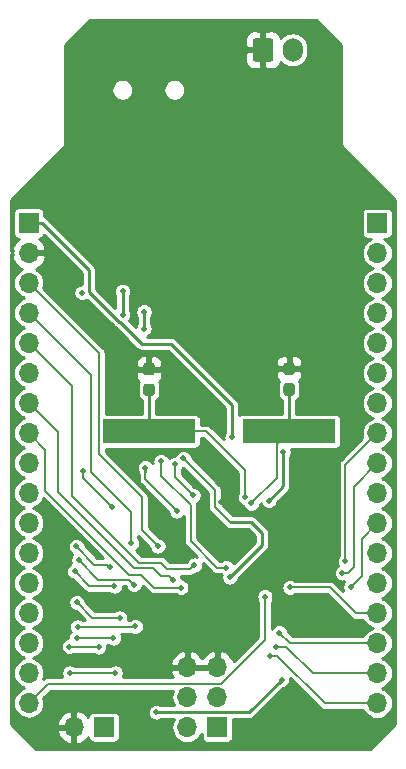
<source format=gbr>
G04 #@! TF.GenerationSoftware,KiCad,Pcbnew,(5.1.4)-1*
G04 #@! TF.CreationDate,2020-03-25T13:11:36-05:00*
G04 #@! TF.ProjectId,ExOneMicrorocessor,45784f6e-654d-4696-9372-6f726f636573,rev?*
G04 #@! TF.SameCoordinates,Original*
G04 #@! TF.FileFunction,Copper,L2,Bot*
G04 #@! TF.FilePolarity,Positive*
%FSLAX46Y46*%
G04 Gerber Fmt 4.6, Leading zero omitted, Abs format (unit mm)*
G04 Created by KiCad (PCBNEW (5.1.4)-1) date 2020-03-25 13:11:36*
%MOMM*%
%LPD*%
G04 APERTURE LIST*
%ADD10O,1.700000X1.700000*%
%ADD11R,1.700000X1.700000*%
%ADD12R,7.875000X2.000000*%
%ADD13O,1.700000X2.000000*%
%ADD14C,0.100000*%
%ADD15C,1.700000*%
%ADD16C,0.950000*%
%ADD17C,0.500000*%
%ADD18C,0.800000*%
%ADD19C,0.250000*%
%ADD20C,0.200000*%
%ADD21C,0.203200*%
%ADD22C,0.254000*%
G04 APERTURE END LIST*
D10*
X169875200Y-122910600D03*
X169875200Y-120370600D03*
X169875200Y-117830600D03*
X169875200Y-115290600D03*
X169875200Y-112750600D03*
X169875200Y-110210600D03*
X169875200Y-107670600D03*
X169875200Y-105130600D03*
X169875200Y-102590600D03*
X169875200Y-100050600D03*
X169875200Y-97510600D03*
X169875200Y-94970600D03*
X169875200Y-92430600D03*
X169875200Y-89890600D03*
X169875200Y-87350600D03*
X169875200Y-84810600D03*
D11*
X169875200Y-82270600D03*
D10*
X140360400Y-122885200D03*
X140360400Y-120345200D03*
X140360400Y-117805200D03*
X140360400Y-115265200D03*
X140360400Y-112725200D03*
X140360400Y-110185200D03*
X140360400Y-107645200D03*
X140360400Y-105105200D03*
X140360400Y-102565200D03*
X140360400Y-100025200D03*
X140360400Y-97485200D03*
X140360400Y-94945200D03*
X140360400Y-92405200D03*
X140360400Y-89865200D03*
X140360400Y-87325200D03*
X140360400Y-84785200D03*
D11*
X140360400Y-82245200D03*
D10*
X144195800Y-124942600D03*
D11*
X146735800Y-124942600D03*
D12*
X150532600Y-99898200D03*
X162407600Y-99898200D03*
D10*
X153784300Y-119875300D03*
X156324300Y-119875300D03*
X153784300Y-122415300D03*
X156324300Y-122415300D03*
X153784300Y-124955300D03*
D11*
X156324300Y-124955300D03*
D13*
X162699700Y-67589400D03*
D14*
G36*
X160824204Y-66590604D02*
G01*
X160848473Y-66594204D01*
X160872271Y-66600165D01*
X160895371Y-66608430D01*
X160917549Y-66618920D01*
X160938593Y-66631533D01*
X160958298Y-66646147D01*
X160976477Y-66662623D01*
X160992953Y-66680802D01*
X161007567Y-66700507D01*
X161020180Y-66721551D01*
X161030670Y-66743729D01*
X161038935Y-66766829D01*
X161044896Y-66790627D01*
X161048496Y-66814896D01*
X161049700Y-66839400D01*
X161049700Y-68339400D01*
X161048496Y-68363904D01*
X161044896Y-68388173D01*
X161038935Y-68411971D01*
X161030670Y-68435071D01*
X161020180Y-68457249D01*
X161007567Y-68478293D01*
X160992953Y-68497998D01*
X160976477Y-68516177D01*
X160958298Y-68532653D01*
X160938593Y-68547267D01*
X160917549Y-68559880D01*
X160895371Y-68570370D01*
X160872271Y-68578635D01*
X160848473Y-68584596D01*
X160824204Y-68588196D01*
X160799700Y-68589400D01*
X159599700Y-68589400D01*
X159575196Y-68588196D01*
X159550927Y-68584596D01*
X159527129Y-68578635D01*
X159504029Y-68570370D01*
X159481851Y-68559880D01*
X159460807Y-68547267D01*
X159441102Y-68532653D01*
X159422923Y-68516177D01*
X159406447Y-68497998D01*
X159391833Y-68478293D01*
X159379220Y-68457249D01*
X159368730Y-68435071D01*
X159360465Y-68411971D01*
X159354504Y-68388173D01*
X159350904Y-68363904D01*
X159349700Y-68339400D01*
X159349700Y-66839400D01*
X159350904Y-66814896D01*
X159354504Y-66790627D01*
X159360465Y-66766829D01*
X159368730Y-66743729D01*
X159379220Y-66721551D01*
X159391833Y-66700507D01*
X159406447Y-66680802D01*
X159422923Y-66662623D01*
X159441102Y-66646147D01*
X159460807Y-66631533D01*
X159481851Y-66618920D01*
X159504029Y-66608430D01*
X159527129Y-66600165D01*
X159550927Y-66594204D01*
X159575196Y-66590604D01*
X159599700Y-66589400D01*
X160799700Y-66589400D01*
X160824204Y-66590604D01*
X160824204Y-66590604D01*
G37*
D15*
X160199700Y-67589400D03*
D14*
G36*
X150806579Y-95843744D02*
G01*
X150829634Y-95847163D01*
X150852243Y-95852827D01*
X150874187Y-95860679D01*
X150895257Y-95870644D01*
X150915248Y-95882626D01*
X150933968Y-95896510D01*
X150951238Y-95912162D01*
X150966890Y-95929432D01*
X150980774Y-95948152D01*
X150992756Y-95968143D01*
X151002721Y-95989213D01*
X151010573Y-96011157D01*
X151016237Y-96033766D01*
X151019656Y-96056821D01*
X151020800Y-96080100D01*
X151020800Y-96655100D01*
X151019656Y-96678379D01*
X151016237Y-96701434D01*
X151010573Y-96724043D01*
X151002721Y-96745987D01*
X150992756Y-96767057D01*
X150980774Y-96787048D01*
X150966890Y-96805768D01*
X150951238Y-96823038D01*
X150933968Y-96838690D01*
X150915248Y-96852574D01*
X150895257Y-96864556D01*
X150874187Y-96874521D01*
X150852243Y-96882373D01*
X150829634Y-96888037D01*
X150806579Y-96891456D01*
X150783300Y-96892600D01*
X150308300Y-96892600D01*
X150285021Y-96891456D01*
X150261966Y-96888037D01*
X150239357Y-96882373D01*
X150217413Y-96874521D01*
X150196343Y-96864556D01*
X150176352Y-96852574D01*
X150157632Y-96838690D01*
X150140362Y-96823038D01*
X150124710Y-96805768D01*
X150110826Y-96787048D01*
X150098844Y-96767057D01*
X150088879Y-96745987D01*
X150081027Y-96724043D01*
X150075363Y-96701434D01*
X150071944Y-96678379D01*
X150070800Y-96655100D01*
X150070800Y-96080100D01*
X150071944Y-96056821D01*
X150075363Y-96033766D01*
X150081027Y-96011157D01*
X150088879Y-95989213D01*
X150098844Y-95968143D01*
X150110826Y-95948152D01*
X150124710Y-95929432D01*
X150140362Y-95912162D01*
X150157632Y-95896510D01*
X150176352Y-95882626D01*
X150196343Y-95870644D01*
X150217413Y-95860679D01*
X150239357Y-95852827D01*
X150261966Y-95847163D01*
X150285021Y-95843744D01*
X150308300Y-95842600D01*
X150783300Y-95842600D01*
X150806579Y-95843744D01*
X150806579Y-95843744D01*
G37*
D16*
X150545800Y-96367600D03*
D14*
G36*
X150806579Y-94093744D02*
G01*
X150829634Y-94097163D01*
X150852243Y-94102827D01*
X150874187Y-94110679D01*
X150895257Y-94120644D01*
X150915248Y-94132626D01*
X150933968Y-94146510D01*
X150951238Y-94162162D01*
X150966890Y-94179432D01*
X150980774Y-94198152D01*
X150992756Y-94218143D01*
X151002721Y-94239213D01*
X151010573Y-94261157D01*
X151016237Y-94283766D01*
X151019656Y-94306821D01*
X151020800Y-94330100D01*
X151020800Y-94905100D01*
X151019656Y-94928379D01*
X151016237Y-94951434D01*
X151010573Y-94974043D01*
X151002721Y-94995987D01*
X150992756Y-95017057D01*
X150980774Y-95037048D01*
X150966890Y-95055768D01*
X150951238Y-95073038D01*
X150933968Y-95088690D01*
X150915248Y-95102574D01*
X150895257Y-95114556D01*
X150874187Y-95124521D01*
X150852243Y-95132373D01*
X150829634Y-95138037D01*
X150806579Y-95141456D01*
X150783300Y-95142600D01*
X150308300Y-95142600D01*
X150285021Y-95141456D01*
X150261966Y-95138037D01*
X150239357Y-95132373D01*
X150217413Y-95124521D01*
X150196343Y-95114556D01*
X150176352Y-95102574D01*
X150157632Y-95088690D01*
X150140362Y-95073038D01*
X150124710Y-95055768D01*
X150110826Y-95037048D01*
X150098844Y-95017057D01*
X150088879Y-94995987D01*
X150081027Y-94974043D01*
X150075363Y-94951434D01*
X150071944Y-94928379D01*
X150070800Y-94905100D01*
X150070800Y-94330100D01*
X150071944Y-94306821D01*
X150075363Y-94283766D01*
X150081027Y-94261157D01*
X150088879Y-94239213D01*
X150098844Y-94218143D01*
X150110826Y-94198152D01*
X150124710Y-94179432D01*
X150140362Y-94162162D01*
X150157632Y-94146510D01*
X150176352Y-94132626D01*
X150196343Y-94120644D01*
X150217413Y-94110679D01*
X150239357Y-94102827D01*
X150261966Y-94097163D01*
X150285021Y-94093744D01*
X150308300Y-94092600D01*
X150783300Y-94092600D01*
X150806579Y-94093744D01*
X150806579Y-94093744D01*
G37*
D16*
X150545800Y-94617600D03*
D14*
G36*
X162668379Y-95818344D02*
G01*
X162691434Y-95821763D01*
X162714043Y-95827427D01*
X162735987Y-95835279D01*
X162757057Y-95845244D01*
X162777048Y-95857226D01*
X162795768Y-95871110D01*
X162813038Y-95886762D01*
X162828690Y-95904032D01*
X162842574Y-95922752D01*
X162854556Y-95942743D01*
X162864521Y-95963813D01*
X162872373Y-95985757D01*
X162878037Y-96008366D01*
X162881456Y-96031421D01*
X162882600Y-96054700D01*
X162882600Y-96629700D01*
X162881456Y-96652979D01*
X162878037Y-96676034D01*
X162872373Y-96698643D01*
X162864521Y-96720587D01*
X162854556Y-96741657D01*
X162842574Y-96761648D01*
X162828690Y-96780368D01*
X162813038Y-96797638D01*
X162795768Y-96813290D01*
X162777048Y-96827174D01*
X162757057Y-96839156D01*
X162735987Y-96849121D01*
X162714043Y-96856973D01*
X162691434Y-96862637D01*
X162668379Y-96866056D01*
X162645100Y-96867200D01*
X162170100Y-96867200D01*
X162146821Y-96866056D01*
X162123766Y-96862637D01*
X162101157Y-96856973D01*
X162079213Y-96849121D01*
X162058143Y-96839156D01*
X162038152Y-96827174D01*
X162019432Y-96813290D01*
X162002162Y-96797638D01*
X161986510Y-96780368D01*
X161972626Y-96761648D01*
X161960644Y-96741657D01*
X161950679Y-96720587D01*
X161942827Y-96698643D01*
X161937163Y-96676034D01*
X161933744Y-96652979D01*
X161932600Y-96629700D01*
X161932600Y-96054700D01*
X161933744Y-96031421D01*
X161937163Y-96008366D01*
X161942827Y-95985757D01*
X161950679Y-95963813D01*
X161960644Y-95942743D01*
X161972626Y-95922752D01*
X161986510Y-95904032D01*
X162002162Y-95886762D01*
X162019432Y-95871110D01*
X162038152Y-95857226D01*
X162058143Y-95845244D01*
X162079213Y-95835279D01*
X162101157Y-95827427D01*
X162123766Y-95821763D01*
X162146821Y-95818344D01*
X162170100Y-95817200D01*
X162645100Y-95817200D01*
X162668379Y-95818344D01*
X162668379Y-95818344D01*
G37*
D16*
X162407600Y-96342200D03*
D14*
G36*
X162668379Y-94068344D02*
G01*
X162691434Y-94071763D01*
X162714043Y-94077427D01*
X162735987Y-94085279D01*
X162757057Y-94095244D01*
X162777048Y-94107226D01*
X162795768Y-94121110D01*
X162813038Y-94136762D01*
X162828690Y-94154032D01*
X162842574Y-94172752D01*
X162854556Y-94192743D01*
X162864521Y-94213813D01*
X162872373Y-94235757D01*
X162878037Y-94258366D01*
X162881456Y-94281421D01*
X162882600Y-94304700D01*
X162882600Y-94879700D01*
X162881456Y-94902979D01*
X162878037Y-94926034D01*
X162872373Y-94948643D01*
X162864521Y-94970587D01*
X162854556Y-94991657D01*
X162842574Y-95011648D01*
X162828690Y-95030368D01*
X162813038Y-95047638D01*
X162795768Y-95063290D01*
X162777048Y-95077174D01*
X162757057Y-95089156D01*
X162735987Y-95099121D01*
X162714043Y-95106973D01*
X162691434Y-95112637D01*
X162668379Y-95116056D01*
X162645100Y-95117200D01*
X162170100Y-95117200D01*
X162146821Y-95116056D01*
X162123766Y-95112637D01*
X162101157Y-95106973D01*
X162079213Y-95099121D01*
X162058143Y-95089156D01*
X162038152Y-95077174D01*
X162019432Y-95063290D01*
X162002162Y-95047638D01*
X161986510Y-95030368D01*
X161972626Y-95011648D01*
X161960644Y-94991657D01*
X161950679Y-94970587D01*
X161942827Y-94948643D01*
X161937163Y-94926034D01*
X161933744Y-94902979D01*
X161932600Y-94879700D01*
X161932600Y-94304700D01*
X161933744Y-94281421D01*
X161937163Y-94258366D01*
X161942827Y-94235757D01*
X161950679Y-94213813D01*
X161960644Y-94192743D01*
X161972626Y-94172752D01*
X161986510Y-94154032D01*
X162002162Y-94136762D01*
X162019432Y-94121110D01*
X162038152Y-94107226D01*
X162058143Y-94095244D01*
X162079213Y-94085279D01*
X162101157Y-94077427D01*
X162123766Y-94071763D01*
X162146821Y-94068344D01*
X162170100Y-94067200D01*
X162645100Y-94067200D01*
X162668379Y-94068344D01*
X162668379Y-94068344D01*
G37*
D16*
X162407600Y-94592200D03*
D17*
X144881600Y-88163400D03*
X160700720Y-105750360D03*
X161894520Y-101625400D03*
D18*
X156667200Y-94640400D03*
X152984200Y-94640400D03*
X154762200Y-96418400D03*
X153873200Y-95529400D03*
X155397200Y-92989400D03*
X156032200Y-93751400D03*
D17*
X145237200Y-89306400D03*
D18*
X155016200Y-85242400D03*
X151079200Y-81432400D03*
X145872200Y-81432400D03*
X153492200Y-75717400D03*
X148920200Y-75463400D03*
X161239200Y-77241400D03*
X163017200Y-83845400D03*
X159334200Y-90703400D03*
X157556200Y-93433900D03*
D17*
X160159700Y-96989900D03*
D18*
X161417000Y-109347000D03*
X150901400Y-108026200D03*
X155829000Y-107467400D03*
D17*
X156667200Y-105841800D03*
D18*
X163195000Y-92887800D03*
D17*
X159207200Y-105994200D03*
X158699200Y-105486200D03*
X161772600Y-120929400D03*
X151155400Y-123672600D03*
X162483800Y-113106200D03*
X161582100Y-116941600D03*
X161264600Y-118110000D03*
X160769300Y-118884700D03*
X147675600Y-120357900D03*
X143840200Y-120357900D03*
X146304000Y-118148100D03*
X143802100Y-118122700D03*
X147535900Y-117386100D03*
X144424400Y-117373400D03*
X149390100Y-116408200D03*
X144513300Y-116446300D03*
X148056600Y-115684300D03*
X144437100Y-114363500D03*
X147612100Y-112991900D03*
X144246600Y-111734600D03*
X160362900Y-113880900D03*
X157581600Y-100406200D03*
X167182800Y-110896400D03*
X166928800Y-111887000D03*
X167640000Y-113080800D03*
X149275800Y-112877600D03*
X144602200Y-110782100D03*
X147256500Y-111417100D03*
X144399000Y-109639100D03*
X153250900Y-113118900D03*
X152577800Y-112445800D03*
X153456640Y-102184200D03*
X157403800Y-112217200D03*
X147421600Y-106311700D03*
X144919700Y-103276400D03*
X154393900Y-111213900D03*
X151561800Y-102438200D03*
X157073600Y-111429800D03*
X149047200Y-109372400D03*
X151307800Y-109601000D03*
X150241000Y-102971600D03*
X152908000Y-106629200D03*
X152745440Y-102671880D03*
X154279600Y-105308400D03*
X150126700Y-89763600D03*
X150126700Y-91186000D03*
X148310600Y-88023700D03*
X148310600Y-90017600D03*
D19*
X161894520Y-104556560D02*
X161894520Y-101625400D01*
X160700720Y-105750360D02*
X161894520Y-104556560D01*
D20*
X161344519Y-100961281D02*
X162407600Y-99898200D01*
X161344519Y-103856881D02*
X161344519Y-100961281D01*
X159207200Y-105994200D02*
X161344519Y-103856881D01*
D19*
X162407600Y-97304800D02*
X162407600Y-96342200D01*
X162407600Y-97304800D02*
X162407600Y-99898200D01*
D20*
X153111200Y-99898200D02*
X150532600Y-99898200D01*
D19*
X150545800Y-99885000D02*
X150532600Y-99898200D01*
X150545800Y-96367600D02*
X150545800Y-99885000D01*
D21*
X158699200Y-105486200D02*
X158699200Y-103205280D01*
X155392120Y-99898200D02*
X150532600Y-99898200D01*
X158699200Y-103205280D02*
X155392120Y-99898200D01*
D19*
X161772600Y-120929400D02*
X159029400Y-123672600D01*
X159029400Y-123672600D02*
X151155400Y-123672600D01*
D20*
X162483800Y-113106200D02*
X165874700Y-113106200D01*
X168059100Y-115290600D02*
X169875200Y-115290600D01*
X165874700Y-113106200D02*
X168059100Y-115290600D01*
X162471100Y-117830600D02*
X169875200Y-117830600D01*
X161582100Y-116941600D02*
X162471100Y-117830600D01*
X168673119Y-120370600D02*
X169875200Y-120370600D01*
X164445401Y-120370600D02*
X168673119Y-120370600D01*
X162184801Y-118110000D02*
X164445401Y-120370600D01*
X161264600Y-118110000D02*
X162184801Y-118110000D01*
X160769300Y-118884700D02*
X161404300Y-118884700D01*
X165430200Y-122910600D02*
X169875200Y-122910600D01*
X161404300Y-118884700D02*
X165430200Y-122910600D01*
X140373100Y-120357900D02*
X140360400Y-120345200D01*
X147322047Y-120357900D02*
X143840200Y-120357900D01*
X147675600Y-120357900D02*
X147322047Y-120357900D01*
X140703300Y-118148100D02*
X140360400Y-117805200D01*
X143827500Y-118148100D02*
X143802100Y-118122700D01*
X146304000Y-118148100D02*
X143827500Y-118148100D01*
X144437100Y-117386100D02*
X144424400Y-117373400D01*
X147535900Y-117386100D02*
X144437100Y-117386100D01*
X149352000Y-116446300D02*
X149390100Y-116408200D01*
X144513300Y-116446300D02*
X149352000Y-116446300D01*
X145757900Y-115684300D02*
X144437100Y-114363500D01*
X148056600Y-115684300D02*
X145757900Y-115684300D01*
X144246600Y-111734600D02*
X145503900Y-112991900D01*
X147612100Y-112991900D02*
X145783300Y-112991900D01*
X145503900Y-112991900D02*
X145783300Y-112991900D01*
X141210399Y-122035201D02*
X140360400Y-122885200D01*
X141980301Y-121265299D02*
X141210399Y-122035201D01*
X154336301Y-121265299D02*
X141980301Y-121265299D01*
X154356002Y-121285000D02*
X154336301Y-121265299D01*
X155752598Y-121285000D02*
X154356002Y-121285000D01*
X155772299Y-121265299D02*
X155752598Y-121285000D01*
X156636303Y-121265299D02*
X155772299Y-121265299D01*
X160362900Y-117538702D02*
X156636303Y-121265299D01*
X160362900Y-113880900D02*
X160362900Y-117538702D01*
D19*
X157581600Y-100406200D02*
X157581600Y-97663000D01*
X157581600Y-97663000D02*
X152400000Y-92481400D01*
X149923398Y-92481400D02*
X149212198Y-91770200D01*
X152400000Y-92481400D02*
X149923398Y-92481400D01*
X141460400Y-82245200D02*
X140360400Y-82245200D01*
X145456601Y-86241401D02*
X141460400Y-82245200D01*
X145456601Y-88052601D02*
X145456601Y-86241401D01*
X147996601Y-90592601D02*
X145456601Y-88052601D01*
X148072801Y-90592601D02*
X147996601Y-90592601D01*
X149212198Y-91731998D02*
X148072801Y-90592601D01*
X149212198Y-91770200D02*
X149212198Y-91731998D01*
D21*
X167182800Y-102743000D02*
X169875200Y-100050600D01*
X167182800Y-110896400D02*
X167182800Y-102743000D01*
X167894000Y-104571800D02*
X169875200Y-102590600D01*
X166928800Y-111887000D02*
X167411400Y-111887000D01*
X167894000Y-111404400D02*
X167894000Y-104571800D01*
X167411400Y-111887000D02*
X167894000Y-111404400D01*
X167640000Y-113080800D02*
X168579800Y-112141000D01*
X168579800Y-108966000D02*
X169875200Y-107670600D01*
X168579800Y-112141000D02*
X168579800Y-108966000D01*
D20*
X148840099Y-112441899D02*
X146261999Y-112441899D01*
X149275800Y-112877600D02*
X148840099Y-112441899D01*
X146261999Y-112441899D02*
X144602200Y-110782100D01*
X147006501Y-111167101D02*
X145927001Y-111167101D01*
X147256500Y-111417100D02*
X147006501Y-111167101D01*
X145927001Y-111167101D02*
X144399000Y-109639100D01*
X153250900Y-113118900D02*
X151745902Y-113118900D01*
D21*
X141782800Y-101447600D02*
X140360400Y-100025200D01*
X141782800Y-104927400D02*
X141782800Y-101447600D01*
X148895690Y-112040290D02*
X141782800Y-104927400D01*
X149911690Y-112040290D02*
X148895690Y-112040290D01*
X151745902Y-113118900D02*
X150990300Y-113118900D01*
X150990300Y-113118900D02*
X149911690Y-112040290D01*
X142824200Y-99949000D02*
X140360400Y-97485200D01*
X152265091Y-112133091D02*
X151579291Y-112133091D01*
X151579291Y-112133091D02*
X150926800Y-111480600D01*
X150926800Y-111480600D02*
X149258500Y-111480600D01*
X149258500Y-111480600D02*
X142824200Y-105046300D01*
X142824200Y-105046300D02*
X142824200Y-99949000D01*
X152577800Y-112445800D02*
X152265091Y-112133091D01*
D19*
X160096200Y-108483400D02*
X160096200Y-109524800D01*
X160096200Y-109524800D02*
X157403800Y-112217200D01*
X159194398Y-107581598D02*
X160096200Y-108483400D01*
X157403800Y-107581598D02*
X159194398Y-107581598D01*
D21*
X153898600Y-102626160D02*
X153456640Y-102184200D01*
X156115599Y-104843159D02*
X153898600Y-102626160D01*
X157403800Y-107581598D02*
X156115599Y-106293397D01*
X156115599Y-106293397D02*
X156115599Y-104843159D01*
D20*
X144919700Y-103809800D02*
X144919700Y-103276400D01*
X147421600Y-106311700D02*
X144919700Y-103809800D01*
X148018500Y-109359700D02*
X149682200Y-111023400D01*
X154143901Y-111463899D02*
X154393900Y-111213900D01*
X154059799Y-111548001D02*
X154143901Y-111463899D01*
X152085199Y-111548001D02*
X154059799Y-111548001D01*
X151560598Y-111023400D02*
X152085199Y-111548001D01*
X149682200Y-111023400D02*
X151560598Y-111023400D01*
D21*
X143649700Y-95694500D02*
X140360400Y-92405200D01*
X144030498Y-96075298D02*
X143649700Y-95694500D01*
X148018500Y-109359700D02*
X144030498Y-105371698D01*
X144030498Y-105371698D02*
X144030498Y-96075298D01*
X151561800Y-103657400D02*
X151561800Y-102438200D01*
X154067201Y-106162801D02*
X151561800Y-103657400D01*
X154067201Y-109185401D02*
X154067201Y-106162801D01*
X157073600Y-111429800D02*
X156311600Y-111429800D01*
X156311600Y-111429800D02*
X154067201Y-109185401D01*
X140360400Y-89865200D02*
X145618200Y-95123000D01*
X149047200Y-106756200D02*
X149047200Y-109372400D01*
X145618200Y-103327200D02*
X149047200Y-106756200D01*
X145618200Y-95123000D02*
X145618200Y-103327200D01*
X146293499Y-93258299D02*
X146293499Y-101843499D01*
X140360400Y-87325200D02*
X146293499Y-93258299D01*
X146293499Y-101843499D02*
X149936200Y-105486200D01*
X149936200Y-108229400D02*
X151307800Y-109601000D01*
X149936200Y-105486200D02*
X149936200Y-108229400D01*
D19*
X150241000Y-102971600D02*
X150241000Y-103325153D01*
D21*
X150241000Y-103962200D02*
X152908000Y-106629200D01*
X150241000Y-103325153D02*
X150241000Y-103962200D01*
X152745440Y-103774240D02*
X152745440Y-102671880D01*
X152755600Y-103784400D02*
X152745440Y-103774240D01*
X152755600Y-103784400D02*
X154279600Y-105308400D01*
D19*
X150126700Y-89763600D02*
X150126700Y-91186000D01*
X148310600Y-88023700D02*
X148310600Y-90017600D01*
D22*
G36*
X166833200Y-67187735D02*
G01*
X166833201Y-75464147D01*
X166830773Y-75488800D01*
X166840465Y-75587209D01*
X166869170Y-75681836D01*
X166915784Y-75769045D01*
X166962801Y-75826335D01*
X166962802Y-75826336D01*
X166978517Y-75845484D01*
X166997663Y-75861197D01*
X171405201Y-80268736D01*
X171405200Y-124683865D01*
X169286266Y-126802800D01*
X141000135Y-126802800D01*
X139496826Y-125299491D01*
X142754319Y-125299491D01*
X142851643Y-125573852D01*
X143000622Y-125823955D01*
X143195531Y-126040188D01*
X143428880Y-126214241D01*
X143691701Y-126339425D01*
X143838910Y-126384076D01*
X144068800Y-126262755D01*
X144068800Y-125069600D01*
X142874986Y-125069600D01*
X142754319Y-125299491D01*
X139496826Y-125299491D01*
X138881200Y-124683866D01*
X138881200Y-124585709D01*
X142754319Y-124585709D01*
X142874986Y-124815600D01*
X144068800Y-124815600D01*
X144068800Y-123622445D01*
X144322800Y-123622445D01*
X144322800Y-124815600D01*
X144342800Y-124815600D01*
X144342800Y-125069600D01*
X144322800Y-125069600D01*
X144322800Y-126262755D01*
X144552690Y-126384076D01*
X144699899Y-126339425D01*
X144962720Y-126214241D01*
X145196069Y-126040188D01*
X145390978Y-125823955D01*
X145406942Y-125797155D01*
X145415703Y-125886108D01*
X145442978Y-125976023D01*
X145487271Y-126058889D01*
X145546879Y-126131521D01*
X145619511Y-126191129D01*
X145702377Y-126235422D01*
X145792292Y-126262697D01*
X145885800Y-126271907D01*
X147585800Y-126271907D01*
X147679308Y-126262697D01*
X147769223Y-126235422D01*
X147852089Y-126191129D01*
X147924721Y-126131521D01*
X147984329Y-126058889D01*
X148028622Y-125976023D01*
X148055897Y-125886108D01*
X148065107Y-125792600D01*
X148065107Y-124092600D01*
X148055897Y-123999092D01*
X148028622Y-123909177D01*
X147984329Y-123826311D01*
X147924721Y-123753679D01*
X147852089Y-123694071D01*
X147769223Y-123649778D01*
X147679308Y-123622503D01*
X147585800Y-123613293D01*
X145885800Y-123613293D01*
X145792292Y-123622503D01*
X145702377Y-123649778D01*
X145619511Y-123694071D01*
X145546879Y-123753679D01*
X145487271Y-123826311D01*
X145442978Y-123909177D01*
X145415703Y-123999092D01*
X145406942Y-124088045D01*
X145390978Y-124061245D01*
X145196069Y-123845012D01*
X144962720Y-123670959D01*
X144699899Y-123545775D01*
X144552690Y-123501124D01*
X144322800Y-123622445D01*
X144068800Y-123622445D01*
X143838910Y-123501124D01*
X143691701Y-123545775D01*
X143428880Y-123670959D01*
X143195531Y-123845012D01*
X143000622Y-124061245D01*
X142851643Y-124311348D01*
X142754319Y-124585709D01*
X138881200Y-124585709D01*
X138881200Y-84912202D01*
X139040244Y-84912202D01*
X138918924Y-85142090D01*
X138963575Y-85289299D01*
X139088759Y-85552120D01*
X139262812Y-85785469D01*
X139479045Y-85980378D01*
X139729148Y-86129357D01*
X139761295Y-86140760D01*
X139619592Y-86216502D01*
X139417530Y-86382330D01*
X139251702Y-86584392D01*
X139128481Y-86814922D01*
X139052601Y-87065063D01*
X139026980Y-87325200D01*
X139052601Y-87585337D01*
X139128481Y-87835478D01*
X139251702Y-88066008D01*
X139417530Y-88268070D01*
X139619592Y-88433898D01*
X139850122Y-88557119D01*
X139975657Y-88595200D01*
X139850122Y-88633281D01*
X139619592Y-88756502D01*
X139417530Y-88922330D01*
X139251702Y-89124392D01*
X139128481Y-89354922D01*
X139052601Y-89605063D01*
X139026980Y-89865200D01*
X139052601Y-90125337D01*
X139128481Y-90375478D01*
X139251702Y-90606008D01*
X139417530Y-90808070D01*
X139619592Y-90973898D01*
X139850122Y-91097119D01*
X139975657Y-91135200D01*
X139850122Y-91173281D01*
X139619592Y-91296502D01*
X139417530Y-91462330D01*
X139251702Y-91664392D01*
X139128481Y-91894922D01*
X139052601Y-92145063D01*
X139026980Y-92405200D01*
X139052601Y-92665337D01*
X139128481Y-92915478D01*
X139251702Y-93146008D01*
X139417530Y-93348070D01*
X139619592Y-93513898D01*
X139850122Y-93637119D01*
X139975657Y-93675200D01*
X139850122Y-93713281D01*
X139619592Y-93836502D01*
X139417530Y-94002330D01*
X139251702Y-94204392D01*
X139128481Y-94434922D01*
X139052601Y-94685063D01*
X139026980Y-94945200D01*
X139052601Y-95205337D01*
X139128481Y-95455478D01*
X139251702Y-95686008D01*
X139417530Y-95888070D01*
X139619592Y-96053898D01*
X139850122Y-96177119D01*
X139975657Y-96215200D01*
X139850122Y-96253281D01*
X139619592Y-96376502D01*
X139417530Y-96542330D01*
X139251702Y-96744392D01*
X139128481Y-96974922D01*
X139052601Y-97225063D01*
X139026980Y-97485200D01*
X139052601Y-97745337D01*
X139128481Y-97995478D01*
X139251702Y-98226008D01*
X139417530Y-98428070D01*
X139619592Y-98593898D01*
X139850122Y-98717119D01*
X139975657Y-98755200D01*
X139850122Y-98793281D01*
X139619592Y-98916502D01*
X139417530Y-99082330D01*
X139251702Y-99284392D01*
X139128481Y-99514922D01*
X139052601Y-99765063D01*
X139026980Y-100025200D01*
X139052601Y-100285337D01*
X139128481Y-100535478D01*
X139251702Y-100766008D01*
X139417530Y-100968070D01*
X139619592Y-101133898D01*
X139850122Y-101257119D01*
X139975657Y-101295200D01*
X139850122Y-101333281D01*
X139619592Y-101456502D01*
X139417530Y-101622330D01*
X139251702Y-101824392D01*
X139128481Y-102054922D01*
X139052601Y-102305063D01*
X139026980Y-102565200D01*
X139052601Y-102825337D01*
X139128481Y-103075478D01*
X139251702Y-103306008D01*
X139417530Y-103508070D01*
X139619592Y-103673898D01*
X139850122Y-103797119D01*
X139975657Y-103835200D01*
X139850122Y-103873281D01*
X139619592Y-103996502D01*
X139417530Y-104162330D01*
X139251702Y-104364392D01*
X139128481Y-104594922D01*
X139052601Y-104845063D01*
X139026980Y-105105200D01*
X139052601Y-105365337D01*
X139128481Y-105615478D01*
X139251702Y-105846008D01*
X139417530Y-106048070D01*
X139619592Y-106213898D01*
X139850122Y-106337119D01*
X139975657Y-106375200D01*
X139850122Y-106413281D01*
X139619592Y-106536502D01*
X139417530Y-106702330D01*
X139251702Y-106904392D01*
X139128481Y-107134922D01*
X139052601Y-107385063D01*
X139026980Y-107645200D01*
X139052601Y-107905337D01*
X139128481Y-108155478D01*
X139251702Y-108386008D01*
X139417530Y-108588070D01*
X139619592Y-108753898D01*
X139850122Y-108877119D01*
X139975657Y-108915200D01*
X139850122Y-108953281D01*
X139619592Y-109076502D01*
X139417530Y-109242330D01*
X139251702Y-109444392D01*
X139128481Y-109674922D01*
X139052601Y-109925063D01*
X139026980Y-110185200D01*
X139052601Y-110445337D01*
X139128481Y-110695478D01*
X139251702Y-110926008D01*
X139417530Y-111128070D01*
X139619592Y-111293898D01*
X139850122Y-111417119D01*
X139975657Y-111455200D01*
X139850122Y-111493281D01*
X139619592Y-111616502D01*
X139417530Y-111782330D01*
X139251702Y-111984392D01*
X139128481Y-112214922D01*
X139052601Y-112465063D01*
X139026980Y-112725200D01*
X139052601Y-112985337D01*
X139128481Y-113235478D01*
X139251702Y-113466008D01*
X139417530Y-113668070D01*
X139619592Y-113833898D01*
X139850122Y-113957119D01*
X139975657Y-113995200D01*
X139850122Y-114033281D01*
X139619592Y-114156502D01*
X139417530Y-114322330D01*
X139251702Y-114524392D01*
X139128481Y-114754922D01*
X139052601Y-115005063D01*
X139026980Y-115265200D01*
X139052601Y-115525337D01*
X139128481Y-115775478D01*
X139251702Y-116006008D01*
X139417530Y-116208070D01*
X139619592Y-116373898D01*
X139850122Y-116497119D01*
X139975657Y-116535200D01*
X139850122Y-116573281D01*
X139619592Y-116696502D01*
X139417530Y-116862330D01*
X139251702Y-117064392D01*
X139128481Y-117294922D01*
X139052601Y-117545063D01*
X139026980Y-117805200D01*
X139052601Y-118065337D01*
X139128481Y-118315478D01*
X139251702Y-118546008D01*
X139417530Y-118748070D01*
X139619592Y-118913898D01*
X139850122Y-119037119D01*
X139975657Y-119075200D01*
X139850122Y-119113281D01*
X139619592Y-119236502D01*
X139417530Y-119402330D01*
X139251702Y-119604392D01*
X139128481Y-119834922D01*
X139052601Y-120085063D01*
X139026980Y-120345200D01*
X139052601Y-120605337D01*
X139128481Y-120855478D01*
X139251702Y-121086008D01*
X139417530Y-121288070D01*
X139619592Y-121453898D01*
X139850122Y-121577119D01*
X139975657Y-121615200D01*
X139850122Y-121653281D01*
X139619592Y-121776502D01*
X139417530Y-121942330D01*
X139251702Y-122144392D01*
X139128481Y-122374922D01*
X139052601Y-122625063D01*
X139026980Y-122885200D01*
X139052601Y-123145337D01*
X139128481Y-123395478D01*
X139251702Y-123626008D01*
X139417530Y-123828070D01*
X139619592Y-123993898D01*
X139850122Y-124117119D01*
X140100263Y-124192999D01*
X140295216Y-124212200D01*
X140425584Y-124212200D01*
X140620537Y-124192999D01*
X140870678Y-124117119D01*
X141101208Y-123993898D01*
X141303270Y-123828070D01*
X141469098Y-123626008D01*
X141592319Y-123395478D01*
X141668199Y-123145337D01*
X141693820Y-122885200D01*
X141668199Y-122625063D01*
X141614281Y-122447321D01*
X141638436Y-122423166D01*
X141638441Y-122423160D01*
X142219302Y-121842299D01*
X152585907Y-121842299D01*
X152552381Y-121905022D01*
X152476501Y-122155163D01*
X152450880Y-122415300D01*
X152476501Y-122675437D01*
X152552381Y-122925578D01*
X152629897Y-123070600D01*
X151563009Y-123070600D01*
X151499764Y-123028341D01*
X151367458Y-122973538D01*
X151227003Y-122945600D01*
X151083797Y-122945600D01*
X150943342Y-122973538D01*
X150811036Y-123028341D01*
X150691964Y-123107902D01*
X150590702Y-123209164D01*
X150511141Y-123328236D01*
X150456338Y-123460542D01*
X150428400Y-123600997D01*
X150428400Y-123744203D01*
X150456338Y-123884658D01*
X150511141Y-124016964D01*
X150590702Y-124136036D01*
X150691964Y-124237298D01*
X150811036Y-124316859D01*
X150943342Y-124371662D01*
X151083797Y-124399600D01*
X151227003Y-124399600D01*
X151367458Y-124371662D01*
X151499764Y-124316859D01*
X151563009Y-124274600D01*
X152643474Y-124274600D01*
X152552381Y-124445022D01*
X152476501Y-124695163D01*
X152450880Y-124955300D01*
X152476501Y-125215437D01*
X152552381Y-125465578D01*
X152675602Y-125696108D01*
X152841430Y-125898170D01*
X153043492Y-126063998D01*
X153274022Y-126187219D01*
X153524163Y-126263099D01*
X153719116Y-126282300D01*
X153849484Y-126282300D01*
X154044437Y-126263099D01*
X154294578Y-126187219D01*
X154525108Y-126063998D01*
X154727170Y-125898170D01*
X154892998Y-125696108D01*
X154994993Y-125505289D01*
X154994993Y-125805300D01*
X155004203Y-125898808D01*
X155031478Y-125988723D01*
X155075771Y-126071589D01*
X155135379Y-126144221D01*
X155208011Y-126203829D01*
X155290877Y-126248122D01*
X155380792Y-126275397D01*
X155474300Y-126284607D01*
X157174300Y-126284607D01*
X157267808Y-126275397D01*
X157357723Y-126248122D01*
X157440589Y-126203829D01*
X157513221Y-126144221D01*
X157572829Y-126071589D01*
X157617122Y-125988723D01*
X157644397Y-125898808D01*
X157653607Y-125805300D01*
X157653607Y-124274600D01*
X158999844Y-124274600D01*
X159029400Y-124277511D01*
X159058956Y-124274600D01*
X159058966Y-124274600D01*
X159147412Y-124265889D01*
X159260890Y-124231466D01*
X159365471Y-124175566D01*
X159457137Y-124100337D01*
X159475989Y-124077366D01*
X161910054Y-121643301D01*
X161984658Y-121628462D01*
X162116964Y-121573659D01*
X162236036Y-121494098D01*
X162337298Y-121392836D01*
X162416859Y-121273764D01*
X162471662Y-121141458D01*
X162499600Y-121001003D01*
X162499600Y-120857797D01*
X162484256Y-120780657D01*
X165002161Y-123298562D01*
X165020226Y-123320574D01*
X165108085Y-123392679D01*
X165208324Y-123446257D01*
X165317088Y-123479250D01*
X165401864Y-123487600D01*
X165401870Y-123487600D01*
X165430199Y-123490390D01*
X165458528Y-123487600D01*
X168678945Y-123487600D01*
X168766502Y-123651408D01*
X168932330Y-123853470D01*
X169134392Y-124019298D01*
X169364922Y-124142519D01*
X169615063Y-124218399D01*
X169810016Y-124237600D01*
X169940384Y-124237600D01*
X170135337Y-124218399D01*
X170385478Y-124142519D01*
X170616008Y-124019298D01*
X170818070Y-123853470D01*
X170983898Y-123651408D01*
X171107119Y-123420878D01*
X171182999Y-123170737D01*
X171208620Y-122910600D01*
X171182999Y-122650463D01*
X171107119Y-122400322D01*
X170983898Y-122169792D01*
X170818070Y-121967730D01*
X170616008Y-121801902D01*
X170385478Y-121678681D01*
X170259943Y-121640600D01*
X170385478Y-121602519D01*
X170616008Y-121479298D01*
X170818070Y-121313470D01*
X170983898Y-121111408D01*
X171107119Y-120880878D01*
X171182999Y-120630737D01*
X171208620Y-120370600D01*
X171182999Y-120110463D01*
X171107119Y-119860322D01*
X170983898Y-119629792D01*
X170818070Y-119427730D01*
X170616008Y-119261902D01*
X170385478Y-119138681D01*
X170259943Y-119100600D01*
X170385478Y-119062519D01*
X170616008Y-118939298D01*
X170818070Y-118773470D01*
X170983898Y-118571408D01*
X171107119Y-118340878D01*
X171182999Y-118090737D01*
X171208620Y-117830600D01*
X171182999Y-117570463D01*
X171107119Y-117320322D01*
X170983898Y-117089792D01*
X170818070Y-116887730D01*
X170616008Y-116721902D01*
X170385478Y-116598681D01*
X170259943Y-116560600D01*
X170385478Y-116522519D01*
X170616008Y-116399298D01*
X170818070Y-116233470D01*
X170983898Y-116031408D01*
X171107119Y-115800878D01*
X171182999Y-115550737D01*
X171208620Y-115290600D01*
X171182999Y-115030463D01*
X171107119Y-114780322D01*
X170983898Y-114549792D01*
X170818070Y-114347730D01*
X170616008Y-114181902D01*
X170385478Y-114058681D01*
X170259943Y-114020600D01*
X170385478Y-113982519D01*
X170616008Y-113859298D01*
X170818070Y-113693470D01*
X170983898Y-113491408D01*
X171107119Y-113260878D01*
X171182999Y-113010737D01*
X171208620Y-112750600D01*
X171182999Y-112490463D01*
X171107119Y-112240322D01*
X170983898Y-112009792D01*
X170818070Y-111807730D01*
X170616008Y-111641902D01*
X170385478Y-111518681D01*
X170259943Y-111480600D01*
X170385478Y-111442519D01*
X170616008Y-111319298D01*
X170818070Y-111153470D01*
X170983898Y-110951408D01*
X171107119Y-110720878D01*
X171182999Y-110470737D01*
X171208620Y-110210600D01*
X171182999Y-109950463D01*
X171107119Y-109700322D01*
X170983898Y-109469792D01*
X170818070Y-109267730D01*
X170616008Y-109101902D01*
X170385478Y-108978681D01*
X170259943Y-108940600D01*
X170385478Y-108902519D01*
X170616008Y-108779298D01*
X170818070Y-108613470D01*
X170983898Y-108411408D01*
X171107119Y-108180878D01*
X171182999Y-107930737D01*
X171208620Y-107670600D01*
X171182999Y-107410463D01*
X171107119Y-107160322D01*
X170983898Y-106929792D01*
X170818070Y-106727730D01*
X170616008Y-106561902D01*
X170385478Y-106438681D01*
X170259943Y-106400600D01*
X170385478Y-106362519D01*
X170616008Y-106239298D01*
X170818070Y-106073470D01*
X170983898Y-105871408D01*
X171107119Y-105640878D01*
X171182999Y-105390737D01*
X171208620Y-105130600D01*
X171182999Y-104870463D01*
X171107119Y-104620322D01*
X170983898Y-104389792D01*
X170818070Y-104187730D01*
X170616008Y-104021902D01*
X170385478Y-103898681D01*
X170259943Y-103860600D01*
X170385478Y-103822519D01*
X170616008Y-103699298D01*
X170818070Y-103533470D01*
X170983898Y-103331408D01*
X171107119Y-103100878D01*
X171182999Y-102850737D01*
X171208620Y-102590600D01*
X171182999Y-102330463D01*
X171107119Y-102080322D01*
X170983898Y-101849792D01*
X170818070Y-101647730D01*
X170616008Y-101481902D01*
X170385478Y-101358681D01*
X170259943Y-101320600D01*
X170385478Y-101282519D01*
X170616008Y-101159298D01*
X170818070Y-100993470D01*
X170983898Y-100791408D01*
X171107119Y-100560878D01*
X171182999Y-100310737D01*
X171208620Y-100050600D01*
X171182999Y-99790463D01*
X171107119Y-99540322D01*
X170983898Y-99309792D01*
X170818070Y-99107730D01*
X170616008Y-98941902D01*
X170385478Y-98818681D01*
X170259943Y-98780600D01*
X170385478Y-98742519D01*
X170616008Y-98619298D01*
X170818070Y-98453470D01*
X170983898Y-98251408D01*
X171107119Y-98020878D01*
X171182999Y-97770737D01*
X171208620Y-97510600D01*
X171182999Y-97250463D01*
X171107119Y-97000322D01*
X170983898Y-96769792D01*
X170818070Y-96567730D01*
X170616008Y-96401902D01*
X170385478Y-96278681D01*
X170259943Y-96240600D01*
X170385478Y-96202519D01*
X170616008Y-96079298D01*
X170818070Y-95913470D01*
X170983898Y-95711408D01*
X171107119Y-95480878D01*
X171182999Y-95230737D01*
X171208620Y-94970600D01*
X171182999Y-94710463D01*
X171107119Y-94460322D01*
X170983898Y-94229792D01*
X170818070Y-94027730D01*
X170616008Y-93861902D01*
X170385478Y-93738681D01*
X170259943Y-93700600D01*
X170385478Y-93662519D01*
X170616008Y-93539298D01*
X170818070Y-93373470D01*
X170983898Y-93171408D01*
X171107119Y-92940878D01*
X171182999Y-92690737D01*
X171208620Y-92430600D01*
X171182999Y-92170463D01*
X171107119Y-91920322D01*
X170983898Y-91689792D01*
X170818070Y-91487730D01*
X170616008Y-91321902D01*
X170385478Y-91198681D01*
X170259943Y-91160600D01*
X170385478Y-91122519D01*
X170616008Y-90999298D01*
X170818070Y-90833470D01*
X170983898Y-90631408D01*
X171107119Y-90400878D01*
X171182999Y-90150737D01*
X171208620Y-89890600D01*
X171182999Y-89630463D01*
X171107119Y-89380322D01*
X170983898Y-89149792D01*
X170818070Y-88947730D01*
X170616008Y-88781902D01*
X170385478Y-88658681D01*
X170259943Y-88620600D01*
X170385478Y-88582519D01*
X170616008Y-88459298D01*
X170818070Y-88293470D01*
X170983898Y-88091408D01*
X171107119Y-87860878D01*
X171182999Y-87610737D01*
X171208620Y-87350600D01*
X171182999Y-87090463D01*
X171107119Y-86840322D01*
X170983898Y-86609792D01*
X170818070Y-86407730D01*
X170616008Y-86241902D01*
X170385478Y-86118681D01*
X170259943Y-86080600D01*
X170385478Y-86042519D01*
X170616008Y-85919298D01*
X170818070Y-85753470D01*
X170983898Y-85551408D01*
X171107119Y-85320878D01*
X171182999Y-85070737D01*
X171208620Y-84810600D01*
X171182999Y-84550463D01*
X171107119Y-84300322D01*
X170983898Y-84069792D01*
X170818070Y-83867730D01*
X170616008Y-83701902D01*
X170425189Y-83599907D01*
X170725200Y-83599907D01*
X170818708Y-83590697D01*
X170908623Y-83563422D01*
X170991489Y-83519129D01*
X171064121Y-83459521D01*
X171123729Y-83386889D01*
X171168022Y-83304023D01*
X171195297Y-83214108D01*
X171204507Y-83120600D01*
X171204507Y-81420600D01*
X171195297Y-81327092D01*
X171168022Y-81237177D01*
X171123729Y-81154311D01*
X171064121Y-81081679D01*
X170991489Y-81022071D01*
X170908623Y-80977778D01*
X170818708Y-80950503D01*
X170725200Y-80941293D01*
X169025200Y-80941293D01*
X168931692Y-80950503D01*
X168841777Y-80977778D01*
X168758911Y-81022071D01*
X168686279Y-81081679D01*
X168626671Y-81154311D01*
X168582378Y-81237177D01*
X168555103Y-81327092D01*
X168545893Y-81420600D01*
X168545893Y-83120600D01*
X168555103Y-83214108D01*
X168582378Y-83304023D01*
X168626671Y-83386889D01*
X168686279Y-83459521D01*
X168758911Y-83519129D01*
X168841777Y-83563422D01*
X168931692Y-83590697D01*
X169025200Y-83599907D01*
X169325211Y-83599907D01*
X169134392Y-83701902D01*
X168932330Y-83867730D01*
X168766502Y-84069792D01*
X168643281Y-84300322D01*
X168567401Y-84550463D01*
X168541780Y-84810600D01*
X168567401Y-85070737D01*
X168643281Y-85320878D01*
X168766502Y-85551408D01*
X168932330Y-85753470D01*
X169134392Y-85919298D01*
X169364922Y-86042519D01*
X169490457Y-86080600D01*
X169364922Y-86118681D01*
X169134392Y-86241902D01*
X168932330Y-86407730D01*
X168766502Y-86609792D01*
X168643281Y-86840322D01*
X168567401Y-87090463D01*
X168541780Y-87350600D01*
X168567401Y-87610737D01*
X168643281Y-87860878D01*
X168766502Y-88091408D01*
X168932330Y-88293470D01*
X169134392Y-88459298D01*
X169364922Y-88582519D01*
X169490457Y-88620600D01*
X169364922Y-88658681D01*
X169134392Y-88781902D01*
X168932330Y-88947730D01*
X168766502Y-89149792D01*
X168643281Y-89380322D01*
X168567401Y-89630463D01*
X168541780Y-89890600D01*
X168567401Y-90150737D01*
X168643281Y-90400878D01*
X168766502Y-90631408D01*
X168932330Y-90833470D01*
X169134392Y-90999298D01*
X169364922Y-91122519D01*
X169490457Y-91160600D01*
X169364922Y-91198681D01*
X169134392Y-91321902D01*
X168932330Y-91487730D01*
X168766502Y-91689792D01*
X168643281Y-91920322D01*
X168567401Y-92170463D01*
X168541780Y-92430600D01*
X168567401Y-92690737D01*
X168643281Y-92940878D01*
X168766502Y-93171408D01*
X168932330Y-93373470D01*
X169134392Y-93539298D01*
X169364922Y-93662519D01*
X169490457Y-93700600D01*
X169364922Y-93738681D01*
X169134392Y-93861902D01*
X168932330Y-94027730D01*
X168766502Y-94229792D01*
X168643281Y-94460322D01*
X168567401Y-94710463D01*
X168541780Y-94970600D01*
X168567401Y-95230737D01*
X168643281Y-95480878D01*
X168766502Y-95711408D01*
X168932330Y-95913470D01*
X169134392Y-96079298D01*
X169364922Y-96202519D01*
X169490457Y-96240600D01*
X169364922Y-96278681D01*
X169134392Y-96401902D01*
X168932330Y-96567730D01*
X168766502Y-96769792D01*
X168643281Y-97000322D01*
X168567401Y-97250463D01*
X168541780Y-97510600D01*
X168567401Y-97770737D01*
X168643281Y-98020878D01*
X168766502Y-98251408D01*
X168932330Y-98453470D01*
X169134392Y-98619298D01*
X169364922Y-98742519D01*
X169490457Y-98780600D01*
X169364922Y-98818681D01*
X169134392Y-98941902D01*
X168932330Y-99107730D01*
X168766502Y-99309792D01*
X168643281Y-99540322D01*
X168567401Y-99790463D01*
X168541780Y-100050600D01*
X168567401Y-100310737D01*
X168620792Y-100486744D01*
X166793763Y-102313774D01*
X166771690Y-102331889D01*
X166753575Y-102353962D01*
X166753573Y-102353964D01*
X166699385Y-102419992D01*
X166645657Y-102520509D01*
X166612573Y-102629575D01*
X166601402Y-102743000D01*
X166604201Y-102771420D01*
X166604200Y-110453770D01*
X166538541Y-110552036D01*
X166483738Y-110684342D01*
X166455800Y-110824797D01*
X166455800Y-110968003D01*
X166483738Y-111108458D01*
X166538541Y-111240764D01*
X166553620Y-111263331D01*
X166465364Y-111322302D01*
X166364102Y-111423564D01*
X166284541Y-111542636D01*
X166229738Y-111674942D01*
X166201800Y-111815397D01*
X166201800Y-111958603D01*
X166229738Y-112099058D01*
X166284541Y-112231364D01*
X166364102Y-112350436D01*
X166465364Y-112451698D01*
X166584436Y-112531259D01*
X166716742Y-112586062D01*
X166857197Y-112614000D01*
X167000403Y-112614000D01*
X167098099Y-112594567D01*
X167075302Y-112617364D01*
X166995741Y-112736436D01*
X166940938Y-112868742D01*
X166913000Y-113009197D01*
X166913000Y-113152403D01*
X166940938Y-113292858D01*
X166985895Y-113401394D01*
X166302739Y-112718238D01*
X166284674Y-112696226D01*
X166196815Y-112624121D01*
X166096576Y-112570543D01*
X166024477Y-112548672D01*
X165987811Y-112537549D01*
X165932745Y-112532126D01*
X165903036Y-112529200D01*
X165903031Y-112529200D01*
X165874700Y-112526410D01*
X165846369Y-112529200D01*
X162928825Y-112529200D01*
X162828164Y-112461941D01*
X162695858Y-112407138D01*
X162555403Y-112379200D01*
X162412197Y-112379200D01*
X162271742Y-112407138D01*
X162139436Y-112461941D01*
X162020364Y-112541502D01*
X161919102Y-112642764D01*
X161839541Y-112761836D01*
X161784738Y-112894142D01*
X161756800Y-113034597D01*
X161756800Y-113177803D01*
X161784738Y-113318258D01*
X161839541Y-113450564D01*
X161919102Y-113569636D01*
X162020364Y-113670898D01*
X162139436Y-113750459D01*
X162271742Y-113805262D01*
X162412197Y-113833200D01*
X162555403Y-113833200D01*
X162695858Y-113805262D01*
X162828164Y-113750459D01*
X162928825Y-113683200D01*
X165635699Y-113683200D01*
X167631065Y-115678567D01*
X167649126Y-115700574D01*
X167671133Y-115718635D01*
X167671135Y-115718637D01*
X167671943Y-115719300D01*
X167736985Y-115772679D01*
X167837224Y-115826257D01*
X167945988Y-115859250D01*
X168030764Y-115867600D01*
X168030770Y-115867600D01*
X168059099Y-115870390D01*
X168087428Y-115867600D01*
X168678945Y-115867600D01*
X168766502Y-116031408D01*
X168932330Y-116233470D01*
X169134392Y-116399298D01*
X169364922Y-116522519D01*
X169490457Y-116560600D01*
X169364922Y-116598681D01*
X169134392Y-116721902D01*
X168932330Y-116887730D01*
X168766502Y-117089792D01*
X168678945Y-117253600D01*
X162710101Y-117253600D01*
X162304780Y-116848279D01*
X162281162Y-116729542D01*
X162226359Y-116597236D01*
X162146798Y-116478164D01*
X162045536Y-116376902D01*
X161926464Y-116297341D01*
X161794158Y-116242538D01*
X161653703Y-116214600D01*
X161510497Y-116214600D01*
X161370042Y-116242538D01*
X161237736Y-116297341D01*
X161118664Y-116376902D01*
X161017402Y-116478164D01*
X160939900Y-116594154D01*
X160939900Y-114325925D01*
X161007159Y-114225264D01*
X161061962Y-114092958D01*
X161089900Y-113952503D01*
X161089900Y-113809297D01*
X161061962Y-113668842D01*
X161007159Y-113536536D01*
X160927598Y-113417464D01*
X160826336Y-113316202D01*
X160707264Y-113236641D01*
X160574958Y-113181838D01*
X160434503Y-113153900D01*
X160291297Y-113153900D01*
X160150842Y-113181838D01*
X160018536Y-113236641D01*
X159899464Y-113316202D01*
X159798202Y-113417464D01*
X159718641Y-113536536D01*
X159663838Y-113668842D01*
X159635900Y-113809297D01*
X159635900Y-113952503D01*
X159663838Y-114092958D01*
X159718641Y-114225264D01*
X159785900Y-114325925D01*
X159785901Y-117299699D01*
X157718955Y-119366645D01*
X157595941Y-119108380D01*
X157421888Y-118875031D01*
X157205655Y-118680122D01*
X156955552Y-118531143D01*
X156681191Y-118433819D01*
X156451300Y-118554486D01*
X156451300Y-119748300D01*
X156471300Y-119748300D01*
X156471300Y-120002300D01*
X156451300Y-120002300D01*
X156451300Y-120022300D01*
X156197300Y-120022300D01*
X156197300Y-120002300D01*
X153911300Y-120002300D01*
X153911300Y-120022300D01*
X153657300Y-120022300D01*
X153657300Y-120002300D01*
X152464145Y-120002300D01*
X152342824Y-120232190D01*
X152387475Y-120379399D01*
X152512659Y-120642220D01*
X152547029Y-120688299D01*
X148325643Y-120688299D01*
X148374662Y-120569958D01*
X148402600Y-120429503D01*
X148402600Y-120286297D01*
X148374662Y-120145842D01*
X148319859Y-120013536D01*
X148240298Y-119894464D01*
X148139036Y-119793202D01*
X148019964Y-119713641D01*
X147887658Y-119658838D01*
X147747203Y-119630900D01*
X147603997Y-119630900D01*
X147463542Y-119658838D01*
X147331236Y-119713641D01*
X147230575Y-119780900D01*
X144285225Y-119780900D01*
X144184564Y-119713641D01*
X144052258Y-119658838D01*
X143911803Y-119630900D01*
X143768597Y-119630900D01*
X143628142Y-119658838D01*
X143495836Y-119713641D01*
X143376764Y-119793202D01*
X143275502Y-119894464D01*
X143195941Y-120013536D01*
X143141138Y-120145842D01*
X143113200Y-120286297D01*
X143113200Y-120429503D01*
X143141138Y-120569958D01*
X143190157Y-120688299D01*
X142008632Y-120688299D01*
X141980301Y-120685509D01*
X141951970Y-120688299D01*
X141951965Y-120688299D01*
X141925187Y-120690936D01*
X141867189Y-120696648D01*
X141803083Y-120716095D01*
X141758425Y-120729642D01*
X141658186Y-120783220D01*
X141599671Y-120831243D01*
X141668199Y-120605337D01*
X141693820Y-120345200D01*
X141668199Y-120085063D01*
X141592319Y-119834922D01*
X141469098Y-119604392D01*
X141398535Y-119518410D01*
X152342824Y-119518410D01*
X152464145Y-119748300D01*
X153657300Y-119748300D01*
X153657300Y-118554486D01*
X153911300Y-118554486D01*
X153911300Y-119748300D01*
X156197300Y-119748300D01*
X156197300Y-118554486D01*
X155967409Y-118433819D01*
X155693048Y-118531143D01*
X155442945Y-118680122D01*
X155226712Y-118875031D01*
X155054300Y-119106180D01*
X154881888Y-118875031D01*
X154665655Y-118680122D01*
X154415552Y-118531143D01*
X154141191Y-118433819D01*
X153911300Y-118554486D01*
X153657300Y-118554486D01*
X153427409Y-118433819D01*
X153153048Y-118531143D01*
X152902945Y-118680122D01*
X152686712Y-118875031D01*
X152512659Y-119108380D01*
X152387475Y-119371201D01*
X152342824Y-119518410D01*
X141398535Y-119518410D01*
X141303270Y-119402330D01*
X141101208Y-119236502D01*
X140870678Y-119113281D01*
X140745143Y-119075200D01*
X140870678Y-119037119D01*
X141101208Y-118913898D01*
X141303270Y-118748070D01*
X141469098Y-118546008D01*
X141592319Y-118315478D01*
X141668199Y-118065337D01*
X141669601Y-118051097D01*
X143075100Y-118051097D01*
X143075100Y-118194303D01*
X143103038Y-118334758D01*
X143157841Y-118467064D01*
X143237402Y-118586136D01*
X143338664Y-118687398D01*
X143457736Y-118766959D01*
X143590042Y-118821762D01*
X143730497Y-118849700D01*
X143873703Y-118849700D01*
X144014158Y-118821762D01*
X144146464Y-118766959D01*
X144209111Y-118725100D01*
X145858975Y-118725100D01*
X145959636Y-118792359D01*
X146091942Y-118847162D01*
X146232397Y-118875100D01*
X146375603Y-118875100D01*
X146516058Y-118847162D01*
X146648364Y-118792359D01*
X146767436Y-118712798D01*
X146868698Y-118611536D01*
X146948259Y-118492464D01*
X147003062Y-118360158D01*
X147031000Y-118219703D01*
X147031000Y-118076497D01*
X147008444Y-117963100D01*
X147090875Y-117963100D01*
X147191536Y-118030359D01*
X147323842Y-118085162D01*
X147464297Y-118113100D01*
X147607503Y-118113100D01*
X147747958Y-118085162D01*
X147880264Y-118030359D01*
X147999336Y-117950798D01*
X148100598Y-117849536D01*
X148180159Y-117730464D01*
X148234962Y-117598158D01*
X148262900Y-117457703D01*
X148262900Y-117314497D01*
X148234962Y-117174042D01*
X148180159Y-117041736D01*
X148167841Y-117023300D01*
X149002096Y-117023300D01*
X149045736Y-117052459D01*
X149178042Y-117107262D01*
X149318497Y-117135200D01*
X149461703Y-117135200D01*
X149602158Y-117107262D01*
X149734464Y-117052459D01*
X149853536Y-116972898D01*
X149954798Y-116871636D01*
X150034359Y-116752564D01*
X150089162Y-116620258D01*
X150117100Y-116479803D01*
X150117100Y-116336597D01*
X150089162Y-116196142D01*
X150034359Y-116063836D01*
X149954798Y-115944764D01*
X149853536Y-115843502D01*
X149734464Y-115763941D01*
X149602158Y-115709138D01*
X149461703Y-115681200D01*
X149318497Y-115681200D01*
X149178042Y-115709138D01*
X149045736Y-115763941D01*
X148926664Y-115843502D01*
X148900866Y-115869300D01*
X148761044Y-115869300D01*
X148783600Y-115755903D01*
X148783600Y-115612697D01*
X148755662Y-115472242D01*
X148700859Y-115339936D01*
X148621298Y-115220864D01*
X148520036Y-115119602D01*
X148400964Y-115040041D01*
X148268658Y-114985238D01*
X148128203Y-114957300D01*
X147984997Y-114957300D01*
X147844542Y-114985238D01*
X147712236Y-115040041D01*
X147611575Y-115107300D01*
X145996901Y-115107300D01*
X145159780Y-114270179D01*
X145136162Y-114151442D01*
X145081359Y-114019136D01*
X145001798Y-113900064D01*
X144900536Y-113798802D01*
X144781464Y-113719241D01*
X144649158Y-113664438D01*
X144508703Y-113636500D01*
X144365497Y-113636500D01*
X144225042Y-113664438D01*
X144092736Y-113719241D01*
X143973664Y-113798802D01*
X143872402Y-113900064D01*
X143792841Y-114019136D01*
X143738038Y-114151442D01*
X143710100Y-114291897D01*
X143710100Y-114435103D01*
X143738038Y-114575558D01*
X143792841Y-114707864D01*
X143872402Y-114826936D01*
X143973664Y-114928198D01*
X144092736Y-115007759D01*
X144225042Y-115062562D01*
X144343779Y-115086180D01*
X145126899Y-115869300D01*
X144958325Y-115869300D01*
X144857664Y-115802041D01*
X144725358Y-115747238D01*
X144584903Y-115719300D01*
X144441697Y-115719300D01*
X144301242Y-115747238D01*
X144168936Y-115802041D01*
X144049864Y-115881602D01*
X143948602Y-115982864D01*
X143869041Y-116101936D01*
X143814238Y-116234242D01*
X143786300Y-116374697D01*
X143786300Y-116517903D01*
X143814238Y-116658358D01*
X143869041Y-116790664D01*
X143913085Y-116856581D01*
X143859702Y-116909964D01*
X143780141Y-117029036D01*
X143725338Y-117161342D01*
X143697400Y-117301797D01*
X143697400Y-117402283D01*
X143590042Y-117423638D01*
X143457736Y-117478441D01*
X143338664Y-117558002D01*
X143237402Y-117659264D01*
X143157841Y-117778336D01*
X143103038Y-117910642D01*
X143075100Y-118051097D01*
X141669601Y-118051097D01*
X141693820Y-117805200D01*
X141668199Y-117545063D01*
X141592319Y-117294922D01*
X141469098Y-117064392D01*
X141303270Y-116862330D01*
X141101208Y-116696502D01*
X140870678Y-116573281D01*
X140745143Y-116535200D01*
X140870678Y-116497119D01*
X141101208Y-116373898D01*
X141303270Y-116208070D01*
X141469098Y-116006008D01*
X141592319Y-115775478D01*
X141668199Y-115525337D01*
X141693820Y-115265200D01*
X141668199Y-115005063D01*
X141592319Y-114754922D01*
X141469098Y-114524392D01*
X141303270Y-114322330D01*
X141101208Y-114156502D01*
X140870678Y-114033281D01*
X140745143Y-113995200D01*
X140870678Y-113957119D01*
X141101208Y-113833898D01*
X141303270Y-113668070D01*
X141469098Y-113466008D01*
X141592319Y-113235478D01*
X141668199Y-112985337D01*
X141693820Y-112725200D01*
X141668199Y-112465063D01*
X141592319Y-112214922D01*
X141469098Y-111984392D01*
X141303270Y-111782330D01*
X141101208Y-111616502D01*
X140870678Y-111493281D01*
X140745143Y-111455200D01*
X140870678Y-111417119D01*
X141101208Y-111293898D01*
X141303270Y-111128070D01*
X141469098Y-110926008D01*
X141592319Y-110695478D01*
X141668199Y-110445337D01*
X141693820Y-110185200D01*
X141668199Y-109925063D01*
X141592319Y-109674922D01*
X141469098Y-109444392D01*
X141303270Y-109242330D01*
X141101208Y-109076502D01*
X140870678Y-108953281D01*
X140745143Y-108915200D01*
X140870678Y-108877119D01*
X141101208Y-108753898D01*
X141303270Y-108588070D01*
X141469098Y-108386008D01*
X141592319Y-108155478D01*
X141668199Y-107905337D01*
X141693820Y-107645200D01*
X141668199Y-107385063D01*
X141592319Y-107134922D01*
X141469098Y-106904392D01*
X141303270Y-106702330D01*
X141101208Y-106536502D01*
X140870678Y-106413281D01*
X140745143Y-106375200D01*
X140870678Y-106337119D01*
X141101208Y-106213898D01*
X141303270Y-106048070D01*
X141469098Y-105846008D01*
X141592319Y-105615478D01*
X141606353Y-105569216D01*
X146627237Y-110590101D01*
X146166002Y-110590101D01*
X145121680Y-109545779D01*
X145098062Y-109427042D01*
X145043259Y-109294736D01*
X144963698Y-109175664D01*
X144862436Y-109074402D01*
X144743364Y-108994841D01*
X144611058Y-108940038D01*
X144470603Y-108912100D01*
X144327397Y-108912100D01*
X144186942Y-108940038D01*
X144054636Y-108994841D01*
X143935564Y-109074402D01*
X143834302Y-109175664D01*
X143754741Y-109294736D01*
X143699938Y-109427042D01*
X143672000Y-109567497D01*
X143672000Y-109710703D01*
X143699938Y-109851158D01*
X143754741Y-109983464D01*
X143834302Y-110102536D01*
X143935564Y-110203798D01*
X144054636Y-110283359D01*
X144067485Y-110288681D01*
X144037502Y-110318664D01*
X143957941Y-110437736D01*
X143903138Y-110570042D01*
X143875200Y-110710497D01*
X143875200Y-110853703D01*
X143903138Y-110994158D01*
X143937012Y-111075936D01*
X143902236Y-111090341D01*
X143783164Y-111169902D01*
X143681902Y-111271164D01*
X143602341Y-111390236D01*
X143547538Y-111522542D01*
X143519600Y-111662997D01*
X143519600Y-111806203D01*
X143547538Y-111946658D01*
X143602341Y-112078964D01*
X143681902Y-112198036D01*
X143783164Y-112299298D01*
X143902236Y-112378859D01*
X144034542Y-112433662D01*
X144153279Y-112457280D01*
X145075861Y-113379862D01*
X145093926Y-113401874D01*
X145181785Y-113473979D01*
X145282024Y-113527557D01*
X145326682Y-113541104D01*
X145390788Y-113560551D01*
X145448786Y-113566263D01*
X145475564Y-113568900D01*
X145475569Y-113568900D01*
X145503900Y-113571690D01*
X145532231Y-113568900D01*
X147167075Y-113568900D01*
X147267736Y-113636159D01*
X147400042Y-113690962D01*
X147540497Y-113718900D01*
X147683703Y-113718900D01*
X147824158Y-113690962D01*
X147956464Y-113636159D01*
X148075536Y-113556598D01*
X148176798Y-113455336D01*
X148256359Y-113336264D01*
X148311162Y-113203958D01*
X148339100Y-113063503D01*
X148339100Y-113018899D01*
X148562663Y-113018899D01*
X148576738Y-113089658D01*
X148631541Y-113221964D01*
X148711102Y-113341036D01*
X148812364Y-113442298D01*
X148931436Y-113521859D01*
X149063742Y-113576662D01*
X149204197Y-113604600D01*
X149347403Y-113604600D01*
X149487858Y-113576662D01*
X149620164Y-113521859D01*
X149739236Y-113442298D01*
X149840498Y-113341036D01*
X149920059Y-113221964D01*
X149974862Y-113089658D01*
X150002724Y-112949587D01*
X150561074Y-113507938D01*
X150579189Y-113530011D01*
X150601262Y-113548126D01*
X150601264Y-113548128D01*
X150620866Y-113564215D01*
X150667292Y-113602316D01*
X150767808Y-113656043D01*
X150876875Y-113689128D01*
X150961880Y-113697500D01*
X150961890Y-113697500D01*
X150990300Y-113700298D01*
X151018710Y-113697500D01*
X151774322Y-113697500D01*
X151790568Y-113695900D01*
X152805875Y-113695900D01*
X152906536Y-113763159D01*
X153038842Y-113817962D01*
X153179297Y-113845900D01*
X153322503Y-113845900D01*
X153462958Y-113817962D01*
X153595264Y-113763159D01*
X153714336Y-113683598D01*
X153815598Y-113582336D01*
X153895159Y-113463264D01*
X153949962Y-113330958D01*
X153977900Y-113190503D01*
X153977900Y-113047297D01*
X153949962Y-112906842D01*
X153895159Y-112774536D01*
X153815598Y-112655464D01*
X153714336Y-112554202D01*
X153595264Y-112474641D01*
X153462958Y-112419838D01*
X153322503Y-112391900D01*
X153304800Y-112391900D01*
X153304800Y-112374197D01*
X153276862Y-112233742D01*
X153231820Y-112125001D01*
X154031468Y-112125001D01*
X154059799Y-112127791D01*
X154088130Y-112125001D01*
X154088135Y-112125001D01*
X154117844Y-112122075D01*
X154172910Y-112116652D01*
X154223068Y-112101436D01*
X154281675Y-112083658D01*
X154381914Y-112030080D01*
X154469773Y-111957975D01*
X154487353Y-111936554D01*
X154605958Y-111912962D01*
X154738264Y-111858159D01*
X154857336Y-111778598D01*
X154958598Y-111677336D01*
X155038159Y-111558264D01*
X155092962Y-111425958D01*
X155120900Y-111285503D01*
X155120900Y-111142297D01*
X155099811Y-111036275D01*
X155882374Y-111818838D01*
X155900489Y-111840911D01*
X155922562Y-111859026D01*
X155922564Y-111859028D01*
X155988591Y-111913216D01*
X156089108Y-111966943D01*
X156198174Y-112000028D01*
X156311600Y-112011199D01*
X156340020Y-112008400D01*
X156630970Y-112008400D01*
X156695512Y-112051525D01*
X156676800Y-112145597D01*
X156676800Y-112288803D01*
X156704738Y-112429258D01*
X156759541Y-112561564D01*
X156839102Y-112680636D01*
X156940364Y-112781898D01*
X157059436Y-112861459D01*
X157191742Y-112916262D01*
X157332197Y-112944200D01*
X157475403Y-112944200D01*
X157615858Y-112916262D01*
X157748164Y-112861459D01*
X157867236Y-112781898D01*
X157968498Y-112680636D01*
X158048059Y-112561564D01*
X158102862Y-112429258D01*
X158117702Y-112354653D01*
X160500972Y-109971384D01*
X160523937Y-109952537D01*
X160559222Y-109909543D01*
X160599166Y-109860872D01*
X160655066Y-109756290D01*
X160689489Y-109642813D01*
X160694049Y-109596512D01*
X160698200Y-109554366D01*
X160698200Y-109554359D01*
X160701111Y-109524800D01*
X160698200Y-109495241D01*
X160698200Y-108512959D01*
X160701111Y-108483400D01*
X160698200Y-108453841D01*
X160698200Y-108453834D01*
X160689489Y-108365388D01*
X160655066Y-108251910D01*
X160643034Y-108229400D01*
X160599166Y-108147328D01*
X160542784Y-108078628D01*
X160523937Y-108055663D01*
X160500973Y-108036817D01*
X159640987Y-107176832D01*
X159622135Y-107153861D01*
X159530469Y-107078632D01*
X159425888Y-107022732D01*
X159312410Y-106988309D01*
X159223964Y-106979598D01*
X159223954Y-106979598D01*
X159194398Y-106976687D01*
X159164842Y-106979598D01*
X157620064Y-106979598D01*
X156694199Y-106053734D01*
X156694199Y-104871568D01*
X156696997Y-104843158D01*
X156694199Y-104814748D01*
X156694199Y-104814739D01*
X156685827Y-104729734D01*
X156652742Y-104620667D01*
X156599015Y-104520151D01*
X156526710Y-104432048D01*
X156504637Y-104413933D01*
X154327832Y-102237129D01*
X154327828Y-102237124D01*
X154178758Y-102088055D01*
X154155702Y-101972142D01*
X154100899Y-101839836D01*
X154021338Y-101720764D01*
X153920076Y-101619502D01*
X153801004Y-101539941D01*
X153668698Y-101485138D01*
X153528243Y-101457200D01*
X153385037Y-101457200D01*
X153244582Y-101485138D01*
X153112276Y-101539941D01*
X152993204Y-101619502D01*
X152891942Y-101720764D01*
X152812381Y-101839836D01*
X152768870Y-101944880D01*
X152673837Y-101944880D01*
X152533382Y-101972818D01*
X152401076Y-102027621D01*
X152282004Y-102107182D01*
X152232212Y-102156974D01*
X152206059Y-102093836D01*
X152126498Y-101974764D01*
X152025236Y-101873502D01*
X151906164Y-101793941D01*
X151773858Y-101739138D01*
X151633403Y-101711200D01*
X151490197Y-101711200D01*
X151349742Y-101739138D01*
X151217436Y-101793941D01*
X151098364Y-101873502D01*
X150997102Y-101974764D01*
X150917541Y-102093836D01*
X150862738Y-102226142D01*
X150834800Y-102366597D01*
X150834800Y-102509803D01*
X150846671Y-102569485D01*
X150805698Y-102508164D01*
X150704436Y-102406902D01*
X150585364Y-102327341D01*
X150453058Y-102272538D01*
X150312603Y-102244600D01*
X150169397Y-102244600D01*
X150028942Y-102272538D01*
X149896636Y-102327341D01*
X149777564Y-102406902D01*
X149676302Y-102508164D01*
X149596741Y-102627236D01*
X149541938Y-102759542D01*
X149514000Y-102899997D01*
X149514000Y-103043203D01*
X149541938Y-103183658D01*
X149596741Y-103315964D01*
X149641829Y-103383443D01*
X149647711Y-103443165D01*
X149662400Y-103491588D01*
X149662400Y-103933790D01*
X149659602Y-103962200D01*
X149662400Y-103990610D01*
X149662400Y-103990620D01*
X149670772Y-104075625D01*
X149703857Y-104184692D01*
X149736010Y-104244845D01*
X149757585Y-104285208D01*
X149807031Y-104345457D01*
X149829890Y-104373311D01*
X149851963Y-104391426D01*
X152185882Y-106725346D01*
X152208938Y-106841258D01*
X152263741Y-106973564D01*
X152343302Y-107092636D01*
X152444564Y-107193898D01*
X152563636Y-107273459D01*
X152695942Y-107328262D01*
X152836397Y-107356200D01*
X152979603Y-107356200D01*
X153120058Y-107328262D01*
X153252364Y-107273459D01*
X153371436Y-107193898D01*
X153472698Y-107092636D01*
X153488602Y-107068834D01*
X153488601Y-109156991D01*
X153485803Y-109185401D01*
X153488601Y-109213811D01*
X153488601Y-109213820D01*
X153496973Y-109298825D01*
X153530058Y-109407892D01*
X153583785Y-109508408D01*
X153656090Y-109596512D01*
X153678169Y-109614632D01*
X154571526Y-110507989D01*
X154465503Y-110486900D01*
X154322297Y-110486900D01*
X154181842Y-110514838D01*
X154049536Y-110569641D01*
X153930464Y-110649202D01*
X153829202Y-110750464D01*
X153749641Y-110869536D01*
X153707613Y-110971001D01*
X152324200Y-110971001D01*
X151988637Y-110635438D01*
X151970572Y-110613426D01*
X151882713Y-110541321D01*
X151782474Y-110487743D01*
X151718368Y-110468297D01*
X151673709Y-110454749D01*
X151618643Y-110449326D01*
X151588934Y-110446400D01*
X151588929Y-110446400D01*
X151560598Y-110443610D01*
X151532267Y-110446400D01*
X149921202Y-110446400D01*
X149451448Y-109976646D01*
X149510636Y-109937098D01*
X149611898Y-109835836D01*
X149691459Y-109716764D01*
X149746262Y-109584458D01*
X149774200Y-109444003D01*
X149774200Y-109300797D01*
X149746262Y-109160342D01*
X149691459Y-109028036D01*
X149625800Y-108929770D01*
X149625800Y-108737263D01*
X150585682Y-109697146D01*
X150608738Y-109813058D01*
X150663541Y-109945364D01*
X150743102Y-110064436D01*
X150844364Y-110165698D01*
X150963436Y-110245259D01*
X151095742Y-110300062D01*
X151236197Y-110328000D01*
X151379403Y-110328000D01*
X151519858Y-110300062D01*
X151652164Y-110245259D01*
X151771236Y-110165698D01*
X151872498Y-110064436D01*
X151952059Y-109945364D01*
X152006862Y-109813058D01*
X152034800Y-109672603D01*
X152034800Y-109529397D01*
X152006862Y-109388942D01*
X151952059Y-109256636D01*
X151872498Y-109137564D01*
X151771236Y-109036302D01*
X151652164Y-108956741D01*
X151519858Y-108901938D01*
X151403946Y-108878882D01*
X150514800Y-107989737D01*
X150514800Y-105514609D01*
X150517598Y-105486199D01*
X150514800Y-105457789D01*
X150514800Y-105457780D01*
X150506428Y-105372775D01*
X150473343Y-105263708D01*
X150419616Y-105163192D01*
X150347311Y-105075089D01*
X150325239Y-105056975D01*
X146872099Y-101603836D01*
X146872099Y-101377507D01*
X154470100Y-101377507D01*
X154563608Y-101368297D01*
X154653523Y-101341022D01*
X154736389Y-101296729D01*
X154809021Y-101237121D01*
X154868629Y-101164489D01*
X154912922Y-101081623D01*
X154940197Y-100991708D01*
X154949407Y-100898200D01*
X154949407Y-100476800D01*
X155152457Y-100476800D01*
X158120601Y-103444945D01*
X158120600Y-105043570D01*
X158054941Y-105141836D01*
X158000138Y-105274142D01*
X157972200Y-105414597D01*
X157972200Y-105557803D01*
X158000138Y-105698258D01*
X158054941Y-105830564D01*
X158134502Y-105949636D01*
X158235764Y-106050898D01*
X158354836Y-106130459D01*
X158487142Y-106185262D01*
X158504655Y-106188745D01*
X158508138Y-106206258D01*
X158562941Y-106338564D01*
X158642502Y-106457636D01*
X158743764Y-106558898D01*
X158862836Y-106638459D01*
X158995142Y-106693262D01*
X159135597Y-106721200D01*
X159278803Y-106721200D01*
X159419258Y-106693262D01*
X159551564Y-106638459D01*
X159670636Y-106558898D01*
X159771898Y-106457636D01*
X159851459Y-106338564D01*
X159906262Y-106206258D01*
X159929880Y-106087521D01*
X160017277Y-106000124D01*
X160056461Y-106094724D01*
X160136022Y-106213796D01*
X160237284Y-106315058D01*
X160356356Y-106394619D01*
X160488662Y-106449422D01*
X160629117Y-106477360D01*
X160772323Y-106477360D01*
X160912778Y-106449422D01*
X161045084Y-106394619D01*
X161164156Y-106315058D01*
X161265418Y-106213796D01*
X161344979Y-106094724D01*
X161399782Y-105962418D01*
X161414622Y-105887814D01*
X162299298Y-105003139D01*
X162322257Y-104984297D01*
X162341100Y-104961337D01*
X162341104Y-104961333D01*
X162397485Y-104892632D01*
X162397486Y-104892631D01*
X162453386Y-104788050D01*
X162487809Y-104674572D01*
X162496520Y-104586126D01*
X162496520Y-104586117D01*
X162499431Y-104556561D01*
X162496520Y-104527004D01*
X162496520Y-102033009D01*
X162538779Y-101969764D01*
X162593582Y-101837458D01*
X162621520Y-101697003D01*
X162621520Y-101553797D01*
X162593582Y-101413342D01*
X162578739Y-101377507D01*
X166345100Y-101377507D01*
X166438608Y-101368297D01*
X166528523Y-101341022D01*
X166611389Y-101296729D01*
X166684021Y-101237121D01*
X166743629Y-101164489D01*
X166787922Y-101081623D01*
X166815197Y-100991708D01*
X166824407Y-100898200D01*
X166824407Y-98898200D01*
X166815197Y-98804692D01*
X166787922Y-98714777D01*
X166743629Y-98631911D01*
X166684021Y-98559279D01*
X166611389Y-98499671D01*
X166528523Y-98455378D01*
X166438608Y-98428103D01*
X166345100Y-98418893D01*
X163009600Y-98418893D01*
X163009600Y-97243736D01*
X163043337Y-97225703D01*
X163151959Y-97136559D01*
X163241103Y-97027937D01*
X163307343Y-96904010D01*
X163348134Y-96769542D01*
X163361907Y-96629700D01*
X163361907Y-96054700D01*
X163348134Y-95914858D01*
X163307343Y-95780390D01*
X163241103Y-95656463D01*
X163234903Y-95648908D01*
X163237094Y-95647737D01*
X163333785Y-95568385D01*
X163413137Y-95471694D01*
X163472102Y-95361380D01*
X163508412Y-95241682D01*
X163520672Y-95117200D01*
X163517600Y-94877950D01*
X163358850Y-94719200D01*
X162534600Y-94719200D01*
X162534600Y-94739200D01*
X162280600Y-94739200D01*
X162280600Y-94719200D01*
X161456350Y-94719200D01*
X161297600Y-94877950D01*
X161294528Y-95117200D01*
X161306788Y-95241682D01*
X161343098Y-95361380D01*
X161402063Y-95471694D01*
X161481415Y-95568385D01*
X161578106Y-95647737D01*
X161580297Y-95648908D01*
X161574097Y-95656463D01*
X161507857Y-95780390D01*
X161467066Y-95914858D01*
X161453293Y-96054700D01*
X161453293Y-96629700D01*
X161467066Y-96769542D01*
X161507857Y-96904010D01*
X161574097Y-97027937D01*
X161663241Y-97136559D01*
X161771863Y-97225703D01*
X161805600Y-97243736D01*
X161805600Y-98418893D01*
X158470100Y-98418893D01*
X158376592Y-98428103D01*
X158286677Y-98455378D01*
X158203811Y-98499671D01*
X158183600Y-98516258D01*
X158183600Y-97692556D01*
X158186511Y-97663000D01*
X158183600Y-97633443D01*
X158183600Y-97633434D01*
X158174889Y-97544988D01*
X158140466Y-97431510D01*
X158084566Y-97326929D01*
X158009337Y-97235263D01*
X157986372Y-97216416D01*
X154837156Y-94067200D01*
X161294528Y-94067200D01*
X161297600Y-94306450D01*
X161456350Y-94465200D01*
X162280600Y-94465200D01*
X162280600Y-93590950D01*
X162534600Y-93590950D01*
X162534600Y-94465200D01*
X163358850Y-94465200D01*
X163517600Y-94306450D01*
X163520672Y-94067200D01*
X163508412Y-93942718D01*
X163472102Y-93823020D01*
X163413137Y-93712706D01*
X163333785Y-93616015D01*
X163237094Y-93536663D01*
X163126780Y-93477698D01*
X163007082Y-93441388D01*
X162882600Y-93429128D01*
X162693350Y-93432200D01*
X162534600Y-93590950D01*
X162280600Y-93590950D01*
X162121850Y-93432200D01*
X161932600Y-93429128D01*
X161808118Y-93441388D01*
X161688420Y-93477698D01*
X161578106Y-93536663D01*
X161481415Y-93616015D01*
X161402063Y-93712706D01*
X161343098Y-93823020D01*
X161306788Y-93942718D01*
X161294528Y-94067200D01*
X154837156Y-94067200D01*
X152846589Y-92076634D01*
X152827737Y-92053663D01*
X152736071Y-91978434D01*
X152631490Y-91922534D01*
X152518012Y-91888111D01*
X152429566Y-91879400D01*
X152429556Y-91879400D01*
X152400000Y-91876489D01*
X152370444Y-91879400D01*
X150352427Y-91879400D01*
X150471064Y-91830259D01*
X150590136Y-91750698D01*
X150691398Y-91649436D01*
X150770959Y-91530364D01*
X150825762Y-91398058D01*
X150853700Y-91257603D01*
X150853700Y-91114397D01*
X150825762Y-90973942D01*
X150770959Y-90841636D01*
X150728700Y-90778391D01*
X150728700Y-90171209D01*
X150770959Y-90107964D01*
X150825762Y-89975658D01*
X150853700Y-89835203D01*
X150853700Y-89691997D01*
X150825762Y-89551542D01*
X150770959Y-89419236D01*
X150691398Y-89300164D01*
X150590136Y-89198902D01*
X150471064Y-89119341D01*
X150338758Y-89064538D01*
X150198303Y-89036600D01*
X150055097Y-89036600D01*
X149914642Y-89064538D01*
X149782336Y-89119341D01*
X149663264Y-89198902D01*
X149562002Y-89300164D01*
X149482441Y-89419236D01*
X149427638Y-89551542D01*
X149399700Y-89691997D01*
X149399700Y-89835203D01*
X149427638Y-89975658D01*
X149482441Y-90107964D01*
X149524700Y-90171210D01*
X149524701Y-90778390D01*
X149482441Y-90841636D01*
X149427638Y-90973942D01*
X149407374Y-91075818D01*
X148843945Y-90512389D01*
X148875298Y-90481036D01*
X148954859Y-90361964D01*
X149009662Y-90229658D01*
X149037600Y-90089203D01*
X149037600Y-89945997D01*
X149009662Y-89805542D01*
X148954859Y-89673236D01*
X148912600Y-89609991D01*
X148912600Y-88431309D01*
X148954859Y-88368064D01*
X149009662Y-88235758D01*
X149037600Y-88095303D01*
X149037600Y-87952097D01*
X149009662Y-87811642D01*
X148954859Y-87679336D01*
X148875298Y-87560264D01*
X148774036Y-87459002D01*
X148654964Y-87379441D01*
X148522658Y-87324638D01*
X148382203Y-87296700D01*
X148238997Y-87296700D01*
X148098542Y-87324638D01*
X147966236Y-87379441D01*
X147847164Y-87459002D01*
X147745902Y-87560264D01*
X147666341Y-87679336D01*
X147611538Y-87811642D01*
X147583600Y-87952097D01*
X147583600Y-88095303D01*
X147611538Y-88235758D01*
X147666341Y-88368064D01*
X147708600Y-88431310D01*
X147708601Y-89453244D01*
X146058601Y-87803246D01*
X146058601Y-86270957D01*
X146061512Y-86241401D01*
X146058601Y-86211844D01*
X146058601Y-86211835D01*
X146049890Y-86123389D01*
X146015467Y-86009911D01*
X145999681Y-85980378D01*
X145959567Y-85905329D01*
X145903185Y-85836629D01*
X145884338Y-85813664D01*
X145861373Y-85794817D01*
X141906989Y-81840434D01*
X141888137Y-81817463D01*
X141796471Y-81742234D01*
X141691890Y-81686334D01*
X141689707Y-81685672D01*
X141689707Y-81395200D01*
X141680497Y-81301692D01*
X141653222Y-81211777D01*
X141608929Y-81128911D01*
X141549321Y-81056279D01*
X141476689Y-80996671D01*
X141393823Y-80952378D01*
X141303908Y-80925103D01*
X141210400Y-80915893D01*
X139510400Y-80915893D01*
X139416892Y-80925103D01*
X139326977Y-80952378D01*
X139244111Y-80996671D01*
X139171479Y-81056279D01*
X139111871Y-81128911D01*
X139067578Y-81211777D01*
X139040303Y-81301692D01*
X139031093Y-81395200D01*
X139031093Y-83095200D01*
X139040303Y-83188708D01*
X139067578Y-83278623D01*
X139111871Y-83361489D01*
X139171479Y-83434121D01*
X139244111Y-83493729D01*
X139326977Y-83538022D01*
X139416892Y-83565297D01*
X139505845Y-83574058D01*
X139479045Y-83590022D01*
X139262812Y-83784931D01*
X139088759Y-84018280D01*
X138963575Y-84281101D01*
X138918924Y-84428310D01*
X139040244Y-84658198D01*
X138881200Y-84658198D01*
X138881200Y-80268734D01*
X143288738Y-75861197D01*
X143307884Y-75845484D01*
X143323600Y-75826335D01*
X143370616Y-75769046D01*
X143417230Y-75681837D01*
X143417231Y-75681836D01*
X143445936Y-75587209D01*
X143453200Y-75513453D01*
X143453200Y-75513444D01*
X143455627Y-75488801D01*
X143453200Y-75464158D01*
X143453200Y-70893599D01*
X147368200Y-70893599D01*
X147368200Y-71076201D01*
X147403824Y-71255296D01*
X147473704Y-71423999D01*
X147575152Y-71575828D01*
X147704272Y-71704948D01*
X147856101Y-71806396D01*
X148024804Y-71876276D01*
X148203899Y-71911900D01*
X148386501Y-71911900D01*
X148565596Y-71876276D01*
X148734299Y-71806396D01*
X148886128Y-71704948D01*
X149015248Y-71575828D01*
X149116696Y-71423999D01*
X149186576Y-71255296D01*
X149222200Y-71076201D01*
X149222200Y-70893599D01*
X151768200Y-70893599D01*
X151768200Y-71076201D01*
X151803824Y-71255296D01*
X151873704Y-71423999D01*
X151975152Y-71575828D01*
X152104272Y-71704948D01*
X152256101Y-71806396D01*
X152424804Y-71876276D01*
X152603899Y-71911900D01*
X152786501Y-71911900D01*
X152965596Y-71876276D01*
X153134299Y-71806396D01*
X153286128Y-71704948D01*
X153415248Y-71575828D01*
X153516696Y-71423999D01*
X153586576Y-71255296D01*
X153622200Y-71076201D01*
X153622200Y-70893599D01*
X153586576Y-70714504D01*
X153516696Y-70545801D01*
X153415248Y-70393972D01*
X153286128Y-70264852D01*
X153134299Y-70163404D01*
X152965596Y-70093524D01*
X152786501Y-70057900D01*
X152603899Y-70057900D01*
X152424804Y-70093524D01*
X152256101Y-70163404D01*
X152104272Y-70264852D01*
X151975152Y-70393972D01*
X151873704Y-70545801D01*
X151803824Y-70714504D01*
X151768200Y-70893599D01*
X149222200Y-70893599D01*
X149186576Y-70714504D01*
X149116696Y-70545801D01*
X149015248Y-70393972D01*
X148886128Y-70264852D01*
X148734299Y-70163404D01*
X148565596Y-70093524D01*
X148386501Y-70057900D01*
X148203899Y-70057900D01*
X148024804Y-70093524D01*
X147856101Y-70163404D01*
X147704272Y-70264852D01*
X147575152Y-70393972D01*
X147473704Y-70545801D01*
X147403824Y-70714504D01*
X147368200Y-70893599D01*
X143453200Y-70893599D01*
X143453200Y-68589400D01*
X158711628Y-68589400D01*
X158723888Y-68713882D01*
X158760198Y-68833580D01*
X158819163Y-68943894D01*
X158898515Y-69040585D01*
X158995206Y-69119937D01*
X159105520Y-69178902D01*
X159225218Y-69215212D01*
X159349700Y-69227472D01*
X159913950Y-69224400D01*
X160072700Y-69065650D01*
X160072700Y-67716400D01*
X158873450Y-67716400D01*
X158714700Y-67875150D01*
X158711628Y-68589400D01*
X143453200Y-68589400D01*
X143453200Y-67187734D01*
X144051534Y-66589400D01*
X158711628Y-66589400D01*
X158714700Y-67303650D01*
X158873450Y-67462400D01*
X160072700Y-67462400D01*
X160072700Y-66113150D01*
X160326700Y-66113150D01*
X160326700Y-67462400D01*
X160346700Y-67462400D01*
X160346700Y-67716400D01*
X160326700Y-67716400D01*
X160326700Y-69065650D01*
X160485450Y-69224400D01*
X161049700Y-69227472D01*
X161174182Y-69215212D01*
X161293880Y-69178902D01*
X161404194Y-69119937D01*
X161500885Y-69040585D01*
X161580237Y-68943894D01*
X161639202Y-68833580D01*
X161675512Y-68713882D01*
X161687005Y-68597187D01*
X161756831Y-68682270D01*
X161958893Y-68848098D01*
X162189423Y-68971319D01*
X162439564Y-69047199D01*
X162699700Y-69072820D01*
X162959837Y-69047199D01*
X163209978Y-68971319D01*
X163440508Y-68848098D01*
X163642570Y-68682270D01*
X163808398Y-68480207D01*
X163931619Y-68249677D01*
X164007499Y-67999536D01*
X164026700Y-67804583D01*
X164026700Y-67374216D01*
X164007499Y-67179263D01*
X163931619Y-66929122D01*
X163808398Y-66698592D01*
X163642570Y-66496530D01*
X163440507Y-66330702D01*
X163209977Y-66207481D01*
X162959836Y-66131601D01*
X162699700Y-66105980D01*
X162439563Y-66131601D01*
X162189422Y-66207481D01*
X161958892Y-66330702D01*
X161756830Y-66496530D01*
X161687005Y-66581612D01*
X161675512Y-66464918D01*
X161639202Y-66345220D01*
X161580237Y-66234906D01*
X161500885Y-66138215D01*
X161404194Y-66058863D01*
X161293880Y-65999898D01*
X161174182Y-65963588D01*
X161049700Y-65951328D01*
X160485450Y-65954400D01*
X160326700Y-66113150D01*
X160072700Y-66113150D01*
X159913950Y-65954400D01*
X159349700Y-65951328D01*
X159225218Y-65963588D01*
X159105520Y-65999898D01*
X158995206Y-66058863D01*
X158898515Y-66138215D01*
X158819163Y-66234906D01*
X158760198Y-66345220D01*
X158723888Y-66464918D01*
X158711628Y-66589400D01*
X144051534Y-66589400D01*
X145572135Y-65068800D01*
X164714266Y-65068800D01*
X166833200Y-67187735D01*
X166833200Y-67187735D01*
G37*
X166833200Y-67187735D02*
X166833201Y-75464147D01*
X166830773Y-75488800D01*
X166840465Y-75587209D01*
X166869170Y-75681836D01*
X166915784Y-75769045D01*
X166962801Y-75826335D01*
X166962802Y-75826336D01*
X166978517Y-75845484D01*
X166997663Y-75861197D01*
X171405201Y-80268736D01*
X171405200Y-124683865D01*
X169286266Y-126802800D01*
X141000135Y-126802800D01*
X139496826Y-125299491D01*
X142754319Y-125299491D01*
X142851643Y-125573852D01*
X143000622Y-125823955D01*
X143195531Y-126040188D01*
X143428880Y-126214241D01*
X143691701Y-126339425D01*
X143838910Y-126384076D01*
X144068800Y-126262755D01*
X144068800Y-125069600D01*
X142874986Y-125069600D01*
X142754319Y-125299491D01*
X139496826Y-125299491D01*
X138881200Y-124683866D01*
X138881200Y-124585709D01*
X142754319Y-124585709D01*
X142874986Y-124815600D01*
X144068800Y-124815600D01*
X144068800Y-123622445D01*
X144322800Y-123622445D01*
X144322800Y-124815600D01*
X144342800Y-124815600D01*
X144342800Y-125069600D01*
X144322800Y-125069600D01*
X144322800Y-126262755D01*
X144552690Y-126384076D01*
X144699899Y-126339425D01*
X144962720Y-126214241D01*
X145196069Y-126040188D01*
X145390978Y-125823955D01*
X145406942Y-125797155D01*
X145415703Y-125886108D01*
X145442978Y-125976023D01*
X145487271Y-126058889D01*
X145546879Y-126131521D01*
X145619511Y-126191129D01*
X145702377Y-126235422D01*
X145792292Y-126262697D01*
X145885800Y-126271907D01*
X147585800Y-126271907D01*
X147679308Y-126262697D01*
X147769223Y-126235422D01*
X147852089Y-126191129D01*
X147924721Y-126131521D01*
X147984329Y-126058889D01*
X148028622Y-125976023D01*
X148055897Y-125886108D01*
X148065107Y-125792600D01*
X148065107Y-124092600D01*
X148055897Y-123999092D01*
X148028622Y-123909177D01*
X147984329Y-123826311D01*
X147924721Y-123753679D01*
X147852089Y-123694071D01*
X147769223Y-123649778D01*
X147679308Y-123622503D01*
X147585800Y-123613293D01*
X145885800Y-123613293D01*
X145792292Y-123622503D01*
X145702377Y-123649778D01*
X145619511Y-123694071D01*
X145546879Y-123753679D01*
X145487271Y-123826311D01*
X145442978Y-123909177D01*
X145415703Y-123999092D01*
X145406942Y-124088045D01*
X145390978Y-124061245D01*
X145196069Y-123845012D01*
X144962720Y-123670959D01*
X144699899Y-123545775D01*
X144552690Y-123501124D01*
X144322800Y-123622445D01*
X144068800Y-123622445D01*
X143838910Y-123501124D01*
X143691701Y-123545775D01*
X143428880Y-123670959D01*
X143195531Y-123845012D01*
X143000622Y-124061245D01*
X142851643Y-124311348D01*
X142754319Y-124585709D01*
X138881200Y-124585709D01*
X138881200Y-84912202D01*
X139040244Y-84912202D01*
X138918924Y-85142090D01*
X138963575Y-85289299D01*
X139088759Y-85552120D01*
X139262812Y-85785469D01*
X139479045Y-85980378D01*
X139729148Y-86129357D01*
X139761295Y-86140760D01*
X139619592Y-86216502D01*
X139417530Y-86382330D01*
X139251702Y-86584392D01*
X139128481Y-86814922D01*
X139052601Y-87065063D01*
X139026980Y-87325200D01*
X139052601Y-87585337D01*
X139128481Y-87835478D01*
X139251702Y-88066008D01*
X139417530Y-88268070D01*
X139619592Y-88433898D01*
X139850122Y-88557119D01*
X139975657Y-88595200D01*
X139850122Y-88633281D01*
X139619592Y-88756502D01*
X139417530Y-88922330D01*
X139251702Y-89124392D01*
X139128481Y-89354922D01*
X139052601Y-89605063D01*
X139026980Y-89865200D01*
X139052601Y-90125337D01*
X139128481Y-90375478D01*
X139251702Y-90606008D01*
X139417530Y-90808070D01*
X139619592Y-90973898D01*
X139850122Y-91097119D01*
X139975657Y-91135200D01*
X139850122Y-91173281D01*
X139619592Y-91296502D01*
X139417530Y-91462330D01*
X139251702Y-91664392D01*
X139128481Y-91894922D01*
X139052601Y-92145063D01*
X139026980Y-92405200D01*
X139052601Y-92665337D01*
X139128481Y-92915478D01*
X139251702Y-93146008D01*
X139417530Y-93348070D01*
X139619592Y-93513898D01*
X139850122Y-93637119D01*
X139975657Y-93675200D01*
X139850122Y-93713281D01*
X139619592Y-93836502D01*
X139417530Y-94002330D01*
X139251702Y-94204392D01*
X139128481Y-94434922D01*
X139052601Y-94685063D01*
X139026980Y-94945200D01*
X139052601Y-95205337D01*
X139128481Y-95455478D01*
X139251702Y-95686008D01*
X139417530Y-95888070D01*
X139619592Y-96053898D01*
X139850122Y-96177119D01*
X139975657Y-96215200D01*
X139850122Y-96253281D01*
X139619592Y-96376502D01*
X139417530Y-96542330D01*
X139251702Y-96744392D01*
X139128481Y-96974922D01*
X139052601Y-97225063D01*
X139026980Y-97485200D01*
X139052601Y-97745337D01*
X139128481Y-97995478D01*
X139251702Y-98226008D01*
X139417530Y-98428070D01*
X139619592Y-98593898D01*
X139850122Y-98717119D01*
X139975657Y-98755200D01*
X139850122Y-98793281D01*
X139619592Y-98916502D01*
X139417530Y-99082330D01*
X139251702Y-99284392D01*
X139128481Y-99514922D01*
X139052601Y-99765063D01*
X139026980Y-100025200D01*
X139052601Y-100285337D01*
X139128481Y-100535478D01*
X139251702Y-100766008D01*
X139417530Y-100968070D01*
X139619592Y-101133898D01*
X139850122Y-101257119D01*
X139975657Y-101295200D01*
X139850122Y-101333281D01*
X139619592Y-101456502D01*
X139417530Y-101622330D01*
X139251702Y-101824392D01*
X139128481Y-102054922D01*
X139052601Y-102305063D01*
X139026980Y-102565200D01*
X139052601Y-102825337D01*
X139128481Y-103075478D01*
X139251702Y-103306008D01*
X139417530Y-103508070D01*
X139619592Y-103673898D01*
X139850122Y-103797119D01*
X139975657Y-103835200D01*
X139850122Y-103873281D01*
X139619592Y-103996502D01*
X139417530Y-104162330D01*
X139251702Y-104364392D01*
X139128481Y-104594922D01*
X139052601Y-104845063D01*
X139026980Y-105105200D01*
X139052601Y-105365337D01*
X139128481Y-105615478D01*
X139251702Y-105846008D01*
X139417530Y-106048070D01*
X139619592Y-106213898D01*
X139850122Y-106337119D01*
X139975657Y-106375200D01*
X139850122Y-106413281D01*
X139619592Y-106536502D01*
X139417530Y-106702330D01*
X139251702Y-106904392D01*
X139128481Y-107134922D01*
X139052601Y-107385063D01*
X139026980Y-107645200D01*
X139052601Y-107905337D01*
X139128481Y-108155478D01*
X139251702Y-108386008D01*
X139417530Y-108588070D01*
X139619592Y-108753898D01*
X139850122Y-108877119D01*
X139975657Y-108915200D01*
X139850122Y-108953281D01*
X139619592Y-109076502D01*
X139417530Y-109242330D01*
X139251702Y-109444392D01*
X139128481Y-109674922D01*
X139052601Y-109925063D01*
X139026980Y-110185200D01*
X139052601Y-110445337D01*
X139128481Y-110695478D01*
X139251702Y-110926008D01*
X139417530Y-111128070D01*
X139619592Y-111293898D01*
X139850122Y-111417119D01*
X139975657Y-111455200D01*
X139850122Y-111493281D01*
X139619592Y-111616502D01*
X139417530Y-111782330D01*
X139251702Y-111984392D01*
X139128481Y-112214922D01*
X139052601Y-112465063D01*
X139026980Y-112725200D01*
X139052601Y-112985337D01*
X139128481Y-113235478D01*
X139251702Y-113466008D01*
X139417530Y-113668070D01*
X139619592Y-113833898D01*
X139850122Y-113957119D01*
X139975657Y-113995200D01*
X139850122Y-114033281D01*
X139619592Y-114156502D01*
X139417530Y-114322330D01*
X139251702Y-114524392D01*
X139128481Y-114754922D01*
X139052601Y-115005063D01*
X139026980Y-115265200D01*
X139052601Y-115525337D01*
X139128481Y-115775478D01*
X139251702Y-116006008D01*
X139417530Y-116208070D01*
X139619592Y-116373898D01*
X139850122Y-116497119D01*
X139975657Y-116535200D01*
X139850122Y-116573281D01*
X139619592Y-116696502D01*
X139417530Y-116862330D01*
X139251702Y-117064392D01*
X139128481Y-117294922D01*
X139052601Y-117545063D01*
X139026980Y-117805200D01*
X139052601Y-118065337D01*
X139128481Y-118315478D01*
X139251702Y-118546008D01*
X139417530Y-118748070D01*
X139619592Y-118913898D01*
X139850122Y-119037119D01*
X139975657Y-119075200D01*
X139850122Y-119113281D01*
X139619592Y-119236502D01*
X139417530Y-119402330D01*
X139251702Y-119604392D01*
X139128481Y-119834922D01*
X139052601Y-120085063D01*
X139026980Y-120345200D01*
X139052601Y-120605337D01*
X139128481Y-120855478D01*
X139251702Y-121086008D01*
X139417530Y-121288070D01*
X139619592Y-121453898D01*
X139850122Y-121577119D01*
X139975657Y-121615200D01*
X139850122Y-121653281D01*
X139619592Y-121776502D01*
X139417530Y-121942330D01*
X139251702Y-122144392D01*
X139128481Y-122374922D01*
X139052601Y-122625063D01*
X139026980Y-122885200D01*
X139052601Y-123145337D01*
X139128481Y-123395478D01*
X139251702Y-123626008D01*
X139417530Y-123828070D01*
X139619592Y-123993898D01*
X139850122Y-124117119D01*
X140100263Y-124192999D01*
X140295216Y-124212200D01*
X140425584Y-124212200D01*
X140620537Y-124192999D01*
X140870678Y-124117119D01*
X141101208Y-123993898D01*
X141303270Y-123828070D01*
X141469098Y-123626008D01*
X141592319Y-123395478D01*
X141668199Y-123145337D01*
X141693820Y-122885200D01*
X141668199Y-122625063D01*
X141614281Y-122447321D01*
X141638436Y-122423166D01*
X141638441Y-122423160D01*
X142219302Y-121842299D01*
X152585907Y-121842299D01*
X152552381Y-121905022D01*
X152476501Y-122155163D01*
X152450880Y-122415300D01*
X152476501Y-122675437D01*
X152552381Y-122925578D01*
X152629897Y-123070600D01*
X151563009Y-123070600D01*
X151499764Y-123028341D01*
X151367458Y-122973538D01*
X151227003Y-122945600D01*
X151083797Y-122945600D01*
X150943342Y-122973538D01*
X150811036Y-123028341D01*
X150691964Y-123107902D01*
X150590702Y-123209164D01*
X150511141Y-123328236D01*
X150456338Y-123460542D01*
X150428400Y-123600997D01*
X150428400Y-123744203D01*
X150456338Y-123884658D01*
X150511141Y-124016964D01*
X150590702Y-124136036D01*
X150691964Y-124237298D01*
X150811036Y-124316859D01*
X150943342Y-124371662D01*
X151083797Y-124399600D01*
X151227003Y-124399600D01*
X151367458Y-124371662D01*
X151499764Y-124316859D01*
X151563009Y-124274600D01*
X152643474Y-124274600D01*
X152552381Y-124445022D01*
X152476501Y-124695163D01*
X152450880Y-124955300D01*
X152476501Y-125215437D01*
X152552381Y-125465578D01*
X152675602Y-125696108D01*
X152841430Y-125898170D01*
X153043492Y-126063998D01*
X153274022Y-126187219D01*
X153524163Y-126263099D01*
X153719116Y-126282300D01*
X153849484Y-126282300D01*
X154044437Y-126263099D01*
X154294578Y-126187219D01*
X154525108Y-126063998D01*
X154727170Y-125898170D01*
X154892998Y-125696108D01*
X154994993Y-125505289D01*
X154994993Y-125805300D01*
X155004203Y-125898808D01*
X155031478Y-125988723D01*
X155075771Y-126071589D01*
X155135379Y-126144221D01*
X155208011Y-126203829D01*
X155290877Y-126248122D01*
X155380792Y-126275397D01*
X155474300Y-126284607D01*
X157174300Y-126284607D01*
X157267808Y-126275397D01*
X157357723Y-126248122D01*
X157440589Y-126203829D01*
X157513221Y-126144221D01*
X157572829Y-126071589D01*
X157617122Y-125988723D01*
X157644397Y-125898808D01*
X157653607Y-125805300D01*
X157653607Y-124274600D01*
X158999844Y-124274600D01*
X159029400Y-124277511D01*
X159058956Y-124274600D01*
X159058966Y-124274600D01*
X159147412Y-124265889D01*
X159260890Y-124231466D01*
X159365471Y-124175566D01*
X159457137Y-124100337D01*
X159475989Y-124077366D01*
X161910054Y-121643301D01*
X161984658Y-121628462D01*
X162116964Y-121573659D01*
X162236036Y-121494098D01*
X162337298Y-121392836D01*
X162416859Y-121273764D01*
X162471662Y-121141458D01*
X162499600Y-121001003D01*
X162499600Y-120857797D01*
X162484256Y-120780657D01*
X165002161Y-123298562D01*
X165020226Y-123320574D01*
X165108085Y-123392679D01*
X165208324Y-123446257D01*
X165317088Y-123479250D01*
X165401864Y-123487600D01*
X165401870Y-123487600D01*
X165430199Y-123490390D01*
X165458528Y-123487600D01*
X168678945Y-123487600D01*
X168766502Y-123651408D01*
X168932330Y-123853470D01*
X169134392Y-124019298D01*
X169364922Y-124142519D01*
X169615063Y-124218399D01*
X169810016Y-124237600D01*
X169940384Y-124237600D01*
X170135337Y-124218399D01*
X170385478Y-124142519D01*
X170616008Y-124019298D01*
X170818070Y-123853470D01*
X170983898Y-123651408D01*
X171107119Y-123420878D01*
X171182999Y-123170737D01*
X171208620Y-122910600D01*
X171182999Y-122650463D01*
X171107119Y-122400322D01*
X170983898Y-122169792D01*
X170818070Y-121967730D01*
X170616008Y-121801902D01*
X170385478Y-121678681D01*
X170259943Y-121640600D01*
X170385478Y-121602519D01*
X170616008Y-121479298D01*
X170818070Y-121313470D01*
X170983898Y-121111408D01*
X171107119Y-120880878D01*
X171182999Y-120630737D01*
X171208620Y-120370600D01*
X171182999Y-120110463D01*
X171107119Y-119860322D01*
X170983898Y-119629792D01*
X170818070Y-119427730D01*
X170616008Y-119261902D01*
X170385478Y-119138681D01*
X170259943Y-119100600D01*
X170385478Y-119062519D01*
X170616008Y-118939298D01*
X170818070Y-118773470D01*
X170983898Y-118571408D01*
X171107119Y-118340878D01*
X171182999Y-118090737D01*
X171208620Y-117830600D01*
X171182999Y-117570463D01*
X171107119Y-117320322D01*
X170983898Y-117089792D01*
X170818070Y-116887730D01*
X170616008Y-116721902D01*
X170385478Y-116598681D01*
X170259943Y-116560600D01*
X170385478Y-116522519D01*
X170616008Y-116399298D01*
X170818070Y-116233470D01*
X170983898Y-116031408D01*
X171107119Y-115800878D01*
X171182999Y-115550737D01*
X171208620Y-115290600D01*
X171182999Y-115030463D01*
X171107119Y-114780322D01*
X170983898Y-114549792D01*
X170818070Y-114347730D01*
X170616008Y-114181902D01*
X170385478Y-114058681D01*
X170259943Y-114020600D01*
X170385478Y-113982519D01*
X170616008Y-113859298D01*
X170818070Y-113693470D01*
X170983898Y-113491408D01*
X171107119Y-113260878D01*
X171182999Y-113010737D01*
X171208620Y-112750600D01*
X171182999Y-112490463D01*
X171107119Y-112240322D01*
X170983898Y-112009792D01*
X170818070Y-111807730D01*
X170616008Y-111641902D01*
X170385478Y-111518681D01*
X170259943Y-111480600D01*
X170385478Y-111442519D01*
X170616008Y-111319298D01*
X170818070Y-111153470D01*
X170983898Y-110951408D01*
X171107119Y-110720878D01*
X171182999Y-110470737D01*
X171208620Y-110210600D01*
X171182999Y-109950463D01*
X171107119Y-109700322D01*
X170983898Y-109469792D01*
X170818070Y-109267730D01*
X170616008Y-109101902D01*
X170385478Y-108978681D01*
X170259943Y-108940600D01*
X170385478Y-108902519D01*
X170616008Y-108779298D01*
X170818070Y-108613470D01*
X170983898Y-108411408D01*
X171107119Y-108180878D01*
X171182999Y-107930737D01*
X171208620Y-107670600D01*
X171182999Y-107410463D01*
X171107119Y-107160322D01*
X170983898Y-106929792D01*
X170818070Y-106727730D01*
X170616008Y-106561902D01*
X170385478Y-106438681D01*
X170259943Y-106400600D01*
X170385478Y-106362519D01*
X170616008Y-106239298D01*
X170818070Y-106073470D01*
X170983898Y-105871408D01*
X171107119Y-105640878D01*
X171182999Y-105390737D01*
X171208620Y-105130600D01*
X171182999Y-104870463D01*
X171107119Y-104620322D01*
X170983898Y-104389792D01*
X170818070Y-104187730D01*
X170616008Y-104021902D01*
X170385478Y-103898681D01*
X170259943Y-103860600D01*
X170385478Y-103822519D01*
X170616008Y-103699298D01*
X170818070Y-103533470D01*
X170983898Y-103331408D01*
X171107119Y-103100878D01*
X171182999Y-102850737D01*
X171208620Y-102590600D01*
X171182999Y-102330463D01*
X171107119Y-102080322D01*
X170983898Y-101849792D01*
X170818070Y-101647730D01*
X170616008Y-101481902D01*
X170385478Y-101358681D01*
X170259943Y-101320600D01*
X170385478Y-101282519D01*
X170616008Y-101159298D01*
X170818070Y-100993470D01*
X170983898Y-100791408D01*
X171107119Y-100560878D01*
X171182999Y-100310737D01*
X171208620Y-100050600D01*
X171182999Y-99790463D01*
X171107119Y-99540322D01*
X170983898Y-99309792D01*
X170818070Y-99107730D01*
X170616008Y-98941902D01*
X170385478Y-98818681D01*
X170259943Y-98780600D01*
X170385478Y-98742519D01*
X170616008Y-98619298D01*
X170818070Y-98453470D01*
X170983898Y-98251408D01*
X171107119Y-98020878D01*
X171182999Y-97770737D01*
X171208620Y-97510600D01*
X171182999Y-97250463D01*
X171107119Y-97000322D01*
X170983898Y-96769792D01*
X170818070Y-96567730D01*
X170616008Y-96401902D01*
X170385478Y-96278681D01*
X170259943Y-96240600D01*
X170385478Y-96202519D01*
X170616008Y-96079298D01*
X170818070Y-95913470D01*
X170983898Y-95711408D01*
X171107119Y-95480878D01*
X171182999Y-95230737D01*
X171208620Y-94970600D01*
X171182999Y-94710463D01*
X171107119Y-94460322D01*
X170983898Y-94229792D01*
X170818070Y-94027730D01*
X170616008Y-93861902D01*
X170385478Y-93738681D01*
X170259943Y-93700600D01*
X170385478Y-93662519D01*
X170616008Y-93539298D01*
X170818070Y-93373470D01*
X170983898Y-93171408D01*
X171107119Y-92940878D01*
X171182999Y-92690737D01*
X171208620Y-92430600D01*
X171182999Y-92170463D01*
X171107119Y-91920322D01*
X170983898Y-91689792D01*
X170818070Y-91487730D01*
X170616008Y-91321902D01*
X170385478Y-91198681D01*
X170259943Y-91160600D01*
X170385478Y-91122519D01*
X170616008Y-90999298D01*
X170818070Y-90833470D01*
X170983898Y-90631408D01*
X171107119Y-90400878D01*
X171182999Y-90150737D01*
X171208620Y-89890600D01*
X171182999Y-89630463D01*
X171107119Y-89380322D01*
X170983898Y-89149792D01*
X170818070Y-88947730D01*
X170616008Y-88781902D01*
X170385478Y-88658681D01*
X170259943Y-88620600D01*
X170385478Y-88582519D01*
X170616008Y-88459298D01*
X170818070Y-88293470D01*
X170983898Y-88091408D01*
X171107119Y-87860878D01*
X171182999Y-87610737D01*
X171208620Y-87350600D01*
X171182999Y-87090463D01*
X171107119Y-86840322D01*
X170983898Y-86609792D01*
X170818070Y-86407730D01*
X170616008Y-86241902D01*
X170385478Y-86118681D01*
X170259943Y-86080600D01*
X170385478Y-86042519D01*
X170616008Y-85919298D01*
X170818070Y-85753470D01*
X170983898Y-85551408D01*
X171107119Y-85320878D01*
X171182999Y-85070737D01*
X171208620Y-84810600D01*
X171182999Y-84550463D01*
X171107119Y-84300322D01*
X170983898Y-84069792D01*
X170818070Y-83867730D01*
X170616008Y-83701902D01*
X170425189Y-83599907D01*
X170725200Y-83599907D01*
X170818708Y-83590697D01*
X170908623Y-83563422D01*
X170991489Y-83519129D01*
X171064121Y-83459521D01*
X171123729Y-83386889D01*
X171168022Y-83304023D01*
X171195297Y-83214108D01*
X171204507Y-83120600D01*
X171204507Y-81420600D01*
X171195297Y-81327092D01*
X171168022Y-81237177D01*
X171123729Y-81154311D01*
X171064121Y-81081679D01*
X170991489Y-81022071D01*
X170908623Y-80977778D01*
X170818708Y-80950503D01*
X170725200Y-80941293D01*
X169025200Y-80941293D01*
X168931692Y-80950503D01*
X168841777Y-80977778D01*
X168758911Y-81022071D01*
X168686279Y-81081679D01*
X168626671Y-81154311D01*
X168582378Y-81237177D01*
X168555103Y-81327092D01*
X168545893Y-81420600D01*
X168545893Y-83120600D01*
X168555103Y-83214108D01*
X168582378Y-83304023D01*
X168626671Y-83386889D01*
X168686279Y-83459521D01*
X168758911Y-83519129D01*
X168841777Y-83563422D01*
X168931692Y-83590697D01*
X169025200Y-83599907D01*
X169325211Y-83599907D01*
X169134392Y-83701902D01*
X168932330Y-83867730D01*
X168766502Y-84069792D01*
X168643281Y-84300322D01*
X168567401Y-84550463D01*
X168541780Y-84810600D01*
X168567401Y-85070737D01*
X168643281Y-85320878D01*
X168766502Y-85551408D01*
X168932330Y-85753470D01*
X169134392Y-85919298D01*
X169364922Y-86042519D01*
X169490457Y-86080600D01*
X169364922Y-86118681D01*
X169134392Y-86241902D01*
X168932330Y-86407730D01*
X168766502Y-86609792D01*
X168643281Y-86840322D01*
X168567401Y-87090463D01*
X168541780Y-87350600D01*
X168567401Y-87610737D01*
X168643281Y-87860878D01*
X168766502Y-88091408D01*
X168932330Y-88293470D01*
X169134392Y-88459298D01*
X169364922Y-88582519D01*
X169490457Y-88620600D01*
X169364922Y-88658681D01*
X169134392Y-88781902D01*
X168932330Y-88947730D01*
X168766502Y-89149792D01*
X168643281Y-89380322D01*
X168567401Y-89630463D01*
X168541780Y-89890600D01*
X168567401Y-90150737D01*
X168643281Y-90400878D01*
X168766502Y-90631408D01*
X168932330Y-90833470D01*
X169134392Y-90999298D01*
X169364922Y-91122519D01*
X169490457Y-91160600D01*
X169364922Y-91198681D01*
X169134392Y-91321902D01*
X168932330Y-91487730D01*
X168766502Y-91689792D01*
X168643281Y-91920322D01*
X168567401Y-92170463D01*
X168541780Y-92430600D01*
X168567401Y-92690737D01*
X168643281Y-92940878D01*
X168766502Y-93171408D01*
X168932330Y-93373470D01*
X169134392Y-93539298D01*
X169364922Y-93662519D01*
X169490457Y-93700600D01*
X169364922Y-93738681D01*
X169134392Y-93861902D01*
X168932330Y-94027730D01*
X168766502Y-94229792D01*
X168643281Y-94460322D01*
X168567401Y-94710463D01*
X168541780Y-94970600D01*
X168567401Y-95230737D01*
X168643281Y-95480878D01*
X168766502Y-95711408D01*
X168932330Y-95913470D01*
X169134392Y-96079298D01*
X169364922Y-96202519D01*
X169490457Y-96240600D01*
X169364922Y-96278681D01*
X169134392Y-96401902D01*
X168932330Y-96567730D01*
X168766502Y-96769792D01*
X168643281Y-97000322D01*
X168567401Y-97250463D01*
X168541780Y-97510600D01*
X168567401Y-97770737D01*
X168643281Y-98020878D01*
X168766502Y-98251408D01*
X168932330Y-98453470D01*
X169134392Y-98619298D01*
X169364922Y-98742519D01*
X169490457Y-98780600D01*
X169364922Y-98818681D01*
X169134392Y-98941902D01*
X168932330Y-99107730D01*
X168766502Y-99309792D01*
X168643281Y-99540322D01*
X168567401Y-99790463D01*
X168541780Y-100050600D01*
X168567401Y-100310737D01*
X168620792Y-100486744D01*
X166793763Y-102313774D01*
X166771690Y-102331889D01*
X166753575Y-102353962D01*
X166753573Y-102353964D01*
X166699385Y-102419992D01*
X166645657Y-102520509D01*
X166612573Y-102629575D01*
X166601402Y-102743000D01*
X166604201Y-102771420D01*
X166604200Y-110453770D01*
X166538541Y-110552036D01*
X166483738Y-110684342D01*
X166455800Y-110824797D01*
X166455800Y-110968003D01*
X166483738Y-111108458D01*
X166538541Y-111240764D01*
X166553620Y-111263331D01*
X166465364Y-111322302D01*
X166364102Y-111423564D01*
X166284541Y-111542636D01*
X166229738Y-111674942D01*
X166201800Y-111815397D01*
X166201800Y-111958603D01*
X166229738Y-112099058D01*
X166284541Y-112231364D01*
X166364102Y-112350436D01*
X166465364Y-112451698D01*
X166584436Y-112531259D01*
X166716742Y-112586062D01*
X166857197Y-112614000D01*
X167000403Y-112614000D01*
X167098099Y-112594567D01*
X167075302Y-112617364D01*
X166995741Y-112736436D01*
X166940938Y-112868742D01*
X166913000Y-113009197D01*
X166913000Y-113152403D01*
X166940938Y-113292858D01*
X166985895Y-113401394D01*
X166302739Y-112718238D01*
X166284674Y-112696226D01*
X166196815Y-112624121D01*
X166096576Y-112570543D01*
X166024477Y-112548672D01*
X165987811Y-112537549D01*
X165932745Y-112532126D01*
X165903036Y-112529200D01*
X165903031Y-112529200D01*
X165874700Y-112526410D01*
X165846369Y-112529200D01*
X162928825Y-112529200D01*
X162828164Y-112461941D01*
X162695858Y-112407138D01*
X162555403Y-112379200D01*
X162412197Y-112379200D01*
X162271742Y-112407138D01*
X162139436Y-112461941D01*
X162020364Y-112541502D01*
X161919102Y-112642764D01*
X161839541Y-112761836D01*
X161784738Y-112894142D01*
X161756800Y-113034597D01*
X161756800Y-113177803D01*
X161784738Y-113318258D01*
X161839541Y-113450564D01*
X161919102Y-113569636D01*
X162020364Y-113670898D01*
X162139436Y-113750459D01*
X162271742Y-113805262D01*
X162412197Y-113833200D01*
X162555403Y-113833200D01*
X162695858Y-113805262D01*
X162828164Y-113750459D01*
X162928825Y-113683200D01*
X165635699Y-113683200D01*
X167631065Y-115678567D01*
X167649126Y-115700574D01*
X167671133Y-115718635D01*
X167671135Y-115718637D01*
X167671943Y-115719300D01*
X167736985Y-115772679D01*
X167837224Y-115826257D01*
X167945988Y-115859250D01*
X168030764Y-115867600D01*
X168030770Y-115867600D01*
X168059099Y-115870390D01*
X168087428Y-115867600D01*
X168678945Y-115867600D01*
X168766502Y-116031408D01*
X168932330Y-116233470D01*
X169134392Y-116399298D01*
X169364922Y-116522519D01*
X169490457Y-116560600D01*
X169364922Y-116598681D01*
X169134392Y-116721902D01*
X168932330Y-116887730D01*
X168766502Y-117089792D01*
X168678945Y-117253600D01*
X162710101Y-117253600D01*
X162304780Y-116848279D01*
X162281162Y-116729542D01*
X162226359Y-116597236D01*
X162146798Y-116478164D01*
X162045536Y-116376902D01*
X161926464Y-116297341D01*
X161794158Y-116242538D01*
X161653703Y-116214600D01*
X161510497Y-116214600D01*
X161370042Y-116242538D01*
X161237736Y-116297341D01*
X161118664Y-116376902D01*
X161017402Y-116478164D01*
X160939900Y-116594154D01*
X160939900Y-114325925D01*
X161007159Y-114225264D01*
X161061962Y-114092958D01*
X161089900Y-113952503D01*
X161089900Y-113809297D01*
X161061962Y-113668842D01*
X161007159Y-113536536D01*
X160927598Y-113417464D01*
X160826336Y-113316202D01*
X160707264Y-113236641D01*
X160574958Y-113181838D01*
X160434503Y-113153900D01*
X160291297Y-113153900D01*
X160150842Y-113181838D01*
X160018536Y-113236641D01*
X159899464Y-113316202D01*
X159798202Y-113417464D01*
X159718641Y-113536536D01*
X159663838Y-113668842D01*
X159635900Y-113809297D01*
X159635900Y-113952503D01*
X159663838Y-114092958D01*
X159718641Y-114225264D01*
X159785900Y-114325925D01*
X159785901Y-117299699D01*
X157718955Y-119366645D01*
X157595941Y-119108380D01*
X157421888Y-118875031D01*
X157205655Y-118680122D01*
X156955552Y-118531143D01*
X156681191Y-118433819D01*
X156451300Y-118554486D01*
X156451300Y-119748300D01*
X156471300Y-119748300D01*
X156471300Y-120002300D01*
X156451300Y-120002300D01*
X156451300Y-120022300D01*
X156197300Y-120022300D01*
X156197300Y-120002300D01*
X153911300Y-120002300D01*
X153911300Y-120022300D01*
X153657300Y-120022300D01*
X153657300Y-120002300D01*
X152464145Y-120002300D01*
X152342824Y-120232190D01*
X152387475Y-120379399D01*
X152512659Y-120642220D01*
X152547029Y-120688299D01*
X148325643Y-120688299D01*
X148374662Y-120569958D01*
X148402600Y-120429503D01*
X148402600Y-120286297D01*
X148374662Y-120145842D01*
X148319859Y-120013536D01*
X148240298Y-119894464D01*
X148139036Y-119793202D01*
X148019964Y-119713641D01*
X147887658Y-119658838D01*
X147747203Y-119630900D01*
X147603997Y-119630900D01*
X147463542Y-119658838D01*
X147331236Y-119713641D01*
X147230575Y-119780900D01*
X144285225Y-119780900D01*
X144184564Y-119713641D01*
X144052258Y-119658838D01*
X143911803Y-119630900D01*
X143768597Y-119630900D01*
X143628142Y-119658838D01*
X143495836Y-119713641D01*
X143376764Y-119793202D01*
X143275502Y-119894464D01*
X143195941Y-120013536D01*
X143141138Y-120145842D01*
X143113200Y-120286297D01*
X143113200Y-120429503D01*
X143141138Y-120569958D01*
X143190157Y-120688299D01*
X142008632Y-120688299D01*
X141980301Y-120685509D01*
X141951970Y-120688299D01*
X141951965Y-120688299D01*
X141925187Y-120690936D01*
X141867189Y-120696648D01*
X141803083Y-120716095D01*
X141758425Y-120729642D01*
X141658186Y-120783220D01*
X141599671Y-120831243D01*
X141668199Y-120605337D01*
X141693820Y-120345200D01*
X141668199Y-120085063D01*
X141592319Y-119834922D01*
X141469098Y-119604392D01*
X141398535Y-119518410D01*
X152342824Y-119518410D01*
X152464145Y-119748300D01*
X153657300Y-119748300D01*
X153657300Y-118554486D01*
X153911300Y-118554486D01*
X153911300Y-119748300D01*
X156197300Y-119748300D01*
X156197300Y-118554486D01*
X155967409Y-118433819D01*
X155693048Y-118531143D01*
X155442945Y-118680122D01*
X155226712Y-118875031D01*
X155054300Y-119106180D01*
X154881888Y-118875031D01*
X154665655Y-118680122D01*
X154415552Y-118531143D01*
X154141191Y-118433819D01*
X153911300Y-118554486D01*
X153657300Y-118554486D01*
X153427409Y-118433819D01*
X153153048Y-118531143D01*
X152902945Y-118680122D01*
X152686712Y-118875031D01*
X152512659Y-119108380D01*
X152387475Y-119371201D01*
X152342824Y-119518410D01*
X141398535Y-119518410D01*
X141303270Y-119402330D01*
X141101208Y-119236502D01*
X140870678Y-119113281D01*
X140745143Y-119075200D01*
X140870678Y-119037119D01*
X141101208Y-118913898D01*
X141303270Y-118748070D01*
X141469098Y-118546008D01*
X141592319Y-118315478D01*
X141668199Y-118065337D01*
X141669601Y-118051097D01*
X143075100Y-118051097D01*
X143075100Y-118194303D01*
X143103038Y-118334758D01*
X143157841Y-118467064D01*
X143237402Y-118586136D01*
X143338664Y-118687398D01*
X143457736Y-118766959D01*
X143590042Y-118821762D01*
X143730497Y-118849700D01*
X143873703Y-118849700D01*
X144014158Y-118821762D01*
X144146464Y-118766959D01*
X144209111Y-118725100D01*
X145858975Y-118725100D01*
X145959636Y-118792359D01*
X146091942Y-118847162D01*
X146232397Y-118875100D01*
X146375603Y-118875100D01*
X146516058Y-118847162D01*
X146648364Y-118792359D01*
X146767436Y-118712798D01*
X146868698Y-118611536D01*
X146948259Y-118492464D01*
X147003062Y-118360158D01*
X147031000Y-118219703D01*
X147031000Y-118076497D01*
X147008444Y-117963100D01*
X147090875Y-117963100D01*
X147191536Y-118030359D01*
X147323842Y-118085162D01*
X147464297Y-118113100D01*
X147607503Y-118113100D01*
X147747958Y-118085162D01*
X147880264Y-118030359D01*
X147999336Y-117950798D01*
X148100598Y-117849536D01*
X148180159Y-117730464D01*
X148234962Y-117598158D01*
X148262900Y-117457703D01*
X148262900Y-117314497D01*
X148234962Y-117174042D01*
X148180159Y-117041736D01*
X148167841Y-117023300D01*
X149002096Y-117023300D01*
X149045736Y-117052459D01*
X149178042Y-117107262D01*
X149318497Y-117135200D01*
X149461703Y-117135200D01*
X149602158Y-117107262D01*
X149734464Y-117052459D01*
X149853536Y-116972898D01*
X149954798Y-116871636D01*
X150034359Y-116752564D01*
X150089162Y-116620258D01*
X150117100Y-116479803D01*
X150117100Y-116336597D01*
X150089162Y-116196142D01*
X150034359Y-116063836D01*
X149954798Y-115944764D01*
X149853536Y-115843502D01*
X149734464Y-115763941D01*
X149602158Y-115709138D01*
X149461703Y-115681200D01*
X149318497Y-115681200D01*
X149178042Y-115709138D01*
X149045736Y-115763941D01*
X148926664Y-115843502D01*
X148900866Y-115869300D01*
X148761044Y-115869300D01*
X148783600Y-115755903D01*
X148783600Y-115612697D01*
X148755662Y-115472242D01*
X148700859Y-115339936D01*
X148621298Y-115220864D01*
X148520036Y-115119602D01*
X148400964Y-115040041D01*
X148268658Y-114985238D01*
X148128203Y-114957300D01*
X147984997Y-114957300D01*
X147844542Y-114985238D01*
X147712236Y-115040041D01*
X147611575Y-115107300D01*
X145996901Y-115107300D01*
X145159780Y-114270179D01*
X145136162Y-114151442D01*
X145081359Y-114019136D01*
X145001798Y-113900064D01*
X144900536Y-113798802D01*
X144781464Y-113719241D01*
X144649158Y-113664438D01*
X144508703Y-113636500D01*
X144365497Y-113636500D01*
X144225042Y-113664438D01*
X144092736Y-113719241D01*
X143973664Y-113798802D01*
X143872402Y-113900064D01*
X143792841Y-114019136D01*
X143738038Y-114151442D01*
X143710100Y-114291897D01*
X143710100Y-114435103D01*
X143738038Y-114575558D01*
X143792841Y-114707864D01*
X143872402Y-114826936D01*
X143973664Y-114928198D01*
X144092736Y-115007759D01*
X144225042Y-115062562D01*
X144343779Y-115086180D01*
X145126899Y-115869300D01*
X144958325Y-115869300D01*
X144857664Y-115802041D01*
X144725358Y-115747238D01*
X144584903Y-115719300D01*
X144441697Y-115719300D01*
X144301242Y-115747238D01*
X144168936Y-115802041D01*
X144049864Y-115881602D01*
X143948602Y-115982864D01*
X143869041Y-116101936D01*
X143814238Y-116234242D01*
X143786300Y-116374697D01*
X143786300Y-116517903D01*
X143814238Y-116658358D01*
X143869041Y-116790664D01*
X143913085Y-116856581D01*
X143859702Y-116909964D01*
X143780141Y-117029036D01*
X143725338Y-117161342D01*
X143697400Y-117301797D01*
X143697400Y-117402283D01*
X143590042Y-117423638D01*
X143457736Y-117478441D01*
X143338664Y-117558002D01*
X143237402Y-117659264D01*
X143157841Y-117778336D01*
X143103038Y-117910642D01*
X143075100Y-118051097D01*
X141669601Y-118051097D01*
X141693820Y-117805200D01*
X141668199Y-117545063D01*
X141592319Y-117294922D01*
X141469098Y-117064392D01*
X141303270Y-116862330D01*
X141101208Y-116696502D01*
X140870678Y-116573281D01*
X140745143Y-116535200D01*
X140870678Y-116497119D01*
X141101208Y-116373898D01*
X141303270Y-116208070D01*
X141469098Y-116006008D01*
X141592319Y-115775478D01*
X141668199Y-115525337D01*
X141693820Y-115265200D01*
X141668199Y-115005063D01*
X141592319Y-114754922D01*
X141469098Y-114524392D01*
X141303270Y-114322330D01*
X141101208Y-114156502D01*
X140870678Y-114033281D01*
X140745143Y-113995200D01*
X140870678Y-113957119D01*
X141101208Y-113833898D01*
X141303270Y-113668070D01*
X141469098Y-113466008D01*
X141592319Y-113235478D01*
X141668199Y-112985337D01*
X141693820Y-112725200D01*
X141668199Y-112465063D01*
X141592319Y-112214922D01*
X141469098Y-111984392D01*
X141303270Y-111782330D01*
X141101208Y-111616502D01*
X140870678Y-111493281D01*
X140745143Y-111455200D01*
X140870678Y-111417119D01*
X141101208Y-111293898D01*
X141303270Y-111128070D01*
X141469098Y-110926008D01*
X141592319Y-110695478D01*
X141668199Y-110445337D01*
X141693820Y-110185200D01*
X141668199Y-109925063D01*
X141592319Y-109674922D01*
X141469098Y-109444392D01*
X141303270Y-109242330D01*
X141101208Y-109076502D01*
X140870678Y-108953281D01*
X140745143Y-108915200D01*
X140870678Y-108877119D01*
X141101208Y-108753898D01*
X141303270Y-108588070D01*
X141469098Y-108386008D01*
X141592319Y-108155478D01*
X141668199Y-107905337D01*
X141693820Y-107645200D01*
X141668199Y-107385063D01*
X141592319Y-107134922D01*
X141469098Y-106904392D01*
X141303270Y-106702330D01*
X141101208Y-106536502D01*
X140870678Y-106413281D01*
X140745143Y-106375200D01*
X140870678Y-106337119D01*
X141101208Y-106213898D01*
X141303270Y-106048070D01*
X141469098Y-105846008D01*
X141592319Y-105615478D01*
X141606353Y-105569216D01*
X146627237Y-110590101D01*
X146166002Y-110590101D01*
X145121680Y-109545779D01*
X145098062Y-109427042D01*
X145043259Y-109294736D01*
X144963698Y-109175664D01*
X144862436Y-109074402D01*
X144743364Y-108994841D01*
X144611058Y-108940038D01*
X144470603Y-108912100D01*
X144327397Y-108912100D01*
X144186942Y-108940038D01*
X144054636Y-108994841D01*
X143935564Y-109074402D01*
X143834302Y-109175664D01*
X143754741Y-109294736D01*
X143699938Y-109427042D01*
X143672000Y-109567497D01*
X143672000Y-109710703D01*
X143699938Y-109851158D01*
X143754741Y-109983464D01*
X143834302Y-110102536D01*
X143935564Y-110203798D01*
X144054636Y-110283359D01*
X144067485Y-110288681D01*
X144037502Y-110318664D01*
X143957941Y-110437736D01*
X143903138Y-110570042D01*
X143875200Y-110710497D01*
X143875200Y-110853703D01*
X143903138Y-110994158D01*
X143937012Y-111075936D01*
X143902236Y-111090341D01*
X143783164Y-111169902D01*
X143681902Y-111271164D01*
X143602341Y-111390236D01*
X143547538Y-111522542D01*
X143519600Y-111662997D01*
X143519600Y-111806203D01*
X143547538Y-111946658D01*
X143602341Y-112078964D01*
X143681902Y-112198036D01*
X143783164Y-112299298D01*
X143902236Y-112378859D01*
X144034542Y-112433662D01*
X144153279Y-112457280D01*
X145075861Y-113379862D01*
X145093926Y-113401874D01*
X145181785Y-113473979D01*
X145282024Y-113527557D01*
X145326682Y-113541104D01*
X145390788Y-113560551D01*
X145448786Y-113566263D01*
X145475564Y-113568900D01*
X145475569Y-113568900D01*
X145503900Y-113571690D01*
X145532231Y-113568900D01*
X147167075Y-113568900D01*
X147267736Y-113636159D01*
X147400042Y-113690962D01*
X147540497Y-113718900D01*
X147683703Y-113718900D01*
X147824158Y-113690962D01*
X147956464Y-113636159D01*
X148075536Y-113556598D01*
X148176798Y-113455336D01*
X148256359Y-113336264D01*
X148311162Y-113203958D01*
X148339100Y-113063503D01*
X148339100Y-113018899D01*
X148562663Y-113018899D01*
X148576738Y-113089658D01*
X148631541Y-113221964D01*
X148711102Y-113341036D01*
X148812364Y-113442298D01*
X148931436Y-113521859D01*
X149063742Y-113576662D01*
X149204197Y-113604600D01*
X149347403Y-113604600D01*
X149487858Y-113576662D01*
X149620164Y-113521859D01*
X149739236Y-113442298D01*
X149840498Y-113341036D01*
X149920059Y-113221964D01*
X149974862Y-113089658D01*
X150002724Y-112949587D01*
X150561074Y-113507938D01*
X150579189Y-113530011D01*
X150601262Y-113548126D01*
X150601264Y-113548128D01*
X150620866Y-113564215D01*
X150667292Y-113602316D01*
X150767808Y-113656043D01*
X150876875Y-113689128D01*
X150961880Y-113697500D01*
X150961890Y-113697500D01*
X150990300Y-113700298D01*
X151018710Y-113697500D01*
X151774322Y-113697500D01*
X151790568Y-113695900D01*
X152805875Y-113695900D01*
X152906536Y-113763159D01*
X153038842Y-113817962D01*
X153179297Y-113845900D01*
X153322503Y-113845900D01*
X153462958Y-113817962D01*
X153595264Y-113763159D01*
X153714336Y-113683598D01*
X153815598Y-113582336D01*
X153895159Y-113463264D01*
X153949962Y-113330958D01*
X153977900Y-113190503D01*
X153977900Y-113047297D01*
X153949962Y-112906842D01*
X153895159Y-112774536D01*
X153815598Y-112655464D01*
X153714336Y-112554202D01*
X153595264Y-112474641D01*
X153462958Y-112419838D01*
X153322503Y-112391900D01*
X153304800Y-112391900D01*
X153304800Y-112374197D01*
X153276862Y-112233742D01*
X153231820Y-112125001D01*
X154031468Y-112125001D01*
X154059799Y-112127791D01*
X154088130Y-112125001D01*
X154088135Y-112125001D01*
X154117844Y-112122075D01*
X154172910Y-112116652D01*
X154223068Y-112101436D01*
X154281675Y-112083658D01*
X154381914Y-112030080D01*
X154469773Y-111957975D01*
X154487353Y-111936554D01*
X154605958Y-111912962D01*
X154738264Y-111858159D01*
X154857336Y-111778598D01*
X154958598Y-111677336D01*
X155038159Y-111558264D01*
X155092962Y-111425958D01*
X155120900Y-111285503D01*
X155120900Y-111142297D01*
X155099811Y-111036275D01*
X155882374Y-111818838D01*
X155900489Y-111840911D01*
X155922562Y-111859026D01*
X155922564Y-111859028D01*
X155988591Y-111913216D01*
X156089108Y-111966943D01*
X156198174Y-112000028D01*
X156311600Y-112011199D01*
X156340020Y-112008400D01*
X156630970Y-112008400D01*
X156695512Y-112051525D01*
X156676800Y-112145597D01*
X156676800Y-112288803D01*
X156704738Y-112429258D01*
X156759541Y-112561564D01*
X156839102Y-112680636D01*
X156940364Y-112781898D01*
X157059436Y-112861459D01*
X157191742Y-112916262D01*
X157332197Y-112944200D01*
X157475403Y-112944200D01*
X157615858Y-112916262D01*
X157748164Y-112861459D01*
X157867236Y-112781898D01*
X157968498Y-112680636D01*
X158048059Y-112561564D01*
X158102862Y-112429258D01*
X158117702Y-112354653D01*
X160500972Y-109971384D01*
X160523937Y-109952537D01*
X160559222Y-109909543D01*
X160599166Y-109860872D01*
X160655066Y-109756290D01*
X160689489Y-109642813D01*
X160694049Y-109596512D01*
X160698200Y-109554366D01*
X160698200Y-109554359D01*
X160701111Y-109524800D01*
X160698200Y-109495241D01*
X160698200Y-108512959D01*
X160701111Y-108483400D01*
X160698200Y-108453841D01*
X160698200Y-108453834D01*
X160689489Y-108365388D01*
X160655066Y-108251910D01*
X160643034Y-108229400D01*
X160599166Y-108147328D01*
X160542784Y-108078628D01*
X160523937Y-108055663D01*
X160500973Y-108036817D01*
X159640987Y-107176832D01*
X159622135Y-107153861D01*
X159530469Y-107078632D01*
X159425888Y-107022732D01*
X159312410Y-106988309D01*
X159223964Y-106979598D01*
X159223954Y-106979598D01*
X159194398Y-106976687D01*
X159164842Y-106979598D01*
X157620064Y-106979598D01*
X156694199Y-106053734D01*
X156694199Y-104871568D01*
X156696997Y-104843158D01*
X156694199Y-104814748D01*
X156694199Y-104814739D01*
X156685827Y-104729734D01*
X156652742Y-104620667D01*
X156599015Y-104520151D01*
X156526710Y-104432048D01*
X156504637Y-104413933D01*
X154327832Y-102237129D01*
X154327828Y-102237124D01*
X154178758Y-102088055D01*
X154155702Y-101972142D01*
X154100899Y-101839836D01*
X154021338Y-101720764D01*
X153920076Y-101619502D01*
X153801004Y-101539941D01*
X153668698Y-101485138D01*
X153528243Y-101457200D01*
X153385037Y-101457200D01*
X153244582Y-101485138D01*
X153112276Y-101539941D01*
X152993204Y-101619502D01*
X152891942Y-101720764D01*
X152812381Y-101839836D01*
X152768870Y-101944880D01*
X152673837Y-101944880D01*
X152533382Y-101972818D01*
X152401076Y-102027621D01*
X152282004Y-102107182D01*
X152232212Y-102156974D01*
X152206059Y-102093836D01*
X152126498Y-101974764D01*
X152025236Y-101873502D01*
X151906164Y-101793941D01*
X151773858Y-101739138D01*
X151633403Y-101711200D01*
X151490197Y-101711200D01*
X151349742Y-101739138D01*
X151217436Y-101793941D01*
X151098364Y-101873502D01*
X150997102Y-101974764D01*
X150917541Y-102093836D01*
X150862738Y-102226142D01*
X150834800Y-102366597D01*
X150834800Y-102509803D01*
X150846671Y-102569485D01*
X150805698Y-102508164D01*
X150704436Y-102406902D01*
X150585364Y-102327341D01*
X150453058Y-102272538D01*
X150312603Y-102244600D01*
X150169397Y-102244600D01*
X150028942Y-102272538D01*
X149896636Y-102327341D01*
X149777564Y-102406902D01*
X149676302Y-102508164D01*
X149596741Y-102627236D01*
X149541938Y-102759542D01*
X149514000Y-102899997D01*
X149514000Y-103043203D01*
X149541938Y-103183658D01*
X149596741Y-103315964D01*
X149641829Y-103383443D01*
X149647711Y-103443165D01*
X149662400Y-103491588D01*
X149662400Y-103933790D01*
X149659602Y-103962200D01*
X149662400Y-103990610D01*
X149662400Y-103990620D01*
X149670772Y-104075625D01*
X149703857Y-104184692D01*
X149736010Y-104244845D01*
X149757585Y-104285208D01*
X149807031Y-104345457D01*
X149829890Y-104373311D01*
X149851963Y-104391426D01*
X152185882Y-106725346D01*
X152208938Y-106841258D01*
X152263741Y-106973564D01*
X152343302Y-107092636D01*
X152444564Y-107193898D01*
X152563636Y-107273459D01*
X152695942Y-107328262D01*
X152836397Y-107356200D01*
X152979603Y-107356200D01*
X153120058Y-107328262D01*
X153252364Y-107273459D01*
X153371436Y-107193898D01*
X153472698Y-107092636D01*
X153488602Y-107068834D01*
X153488601Y-109156991D01*
X153485803Y-109185401D01*
X153488601Y-109213811D01*
X153488601Y-109213820D01*
X153496973Y-109298825D01*
X153530058Y-109407892D01*
X153583785Y-109508408D01*
X153656090Y-109596512D01*
X153678169Y-109614632D01*
X154571526Y-110507989D01*
X154465503Y-110486900D01*
X154322297Y-110486900D01*
X154181842Y-110514838D01*
X154049536Y-110569641D01*
X153930464Y-110649202D01*
X153829202Y-110750464D01*
X153749641Y-110869536D01*
X153707613Y-110971001D01*
X152324200Y-110971001D01*
X151988637Y-110635438D01*
X151970572Y-110613426D01*
X151882713Y-110541321D01*
X151782474Y-110487743D01*
X151718368Y-110468297D01*
X151673709Y-110454749D01*
X151618643Y-110449326D01*
X151588934Y-110446400D01*
X151588929Y-110446400D01*
X151560598Y-110443610D01*
X151532267Y-110446400D01*
X149921202Y-110446400D01*
X149451448Y-109976646D01*
X149510636Y-109937098D01*
X149611898Y-109835836D01*
X149691459Y-109716764D01*
X149746262Y-109584458D01*
X149774200Y-109444003D01*
X149774200Y-109300797D01*
X149746262Y-109160342D01*
X149691459Y-109028036D01*
X149625800Y-108929770D01*
X149625800Y-108737263D01*
X150585682Y-109697146D01*
X150608738Y-109813058D01*
X150663541Y-109945364D01*
X150743102Y-110064436D01*
X150844364Y-110165698D01*
X150963436Y-110245259D01*
X151095742Y-110300062D01*
X151236197Y-110328000D01*
X151379403Y-110328000D01*
X151519858Y-110300062D01*
X151652164Y-110245259D01*
X151771236Y-110165698D01*
X151872498Y-110064436D01*
X151952059Y-109945364D01*
X152006862Y-109813058D01*
X152034800Y-109672603D01*
X152034800Y-109529397D01*
X152006862Y-109388942D01*
X151952059Y-109256636D01*
X151872498Y-109137564D01*
X151771236Y-109036302D01*
X151652164Y-108956741D01*
X151519858Y-108901938D01*
X151403946Y-108878882D01*
X150514800Y-107989737D01*
X150514800Y-105514609D01*
X150517598Y-105486199D01*
X150514800Y-105457789D01*
X150514800Y-105457780D01*
X150506428Y-105372775D01*
X150473343Y-105263708D01*
X150419616Y-105163192D01*
X150347311Y-105075089D01*
X150325239Y-105056975D01*
X146872099Y-101603836D01*
X146872099Y-101377507D01*
X154470100Y-101377507D01*
X154563608Y-101368297D01*
X154653523Y-101341022D01*
X154736389Y-101296729D01*
X154809021Y-101237121D01*
X154868629Y-101164489D01*
X154912922Y-101081623D01*
X154940197Y-100991708D01*
X154949407Y-100898200D01*
X154949407Y-100476800D01*
X155152457Y-100476800D01*
X158120601Y-103444945D01*
X158120600Y-105043570D01*
X158054941Y-105141836D01*
X158000138Y-105274142D01*
X157972200Y-105414597D01*
X157972200Y-105557803D01*
X158000138Y-105698258D01*
X158054941Y-105830564D01*
X158134502Y-105949636D01*
X158235764Y-106050898D01*
X158354836Y-106130459D01*
X158487142Y-106185262D01*
X158504655Y-106188745D01*
X158508138Y-106206258D01*
X158562941Y-106338564D01*
X158642502Y-106457636D01*
X158743764Y-106558898D01*
X158862836Y-106638459D01*
X158995142Y-106693262D01*
X159135597Y-106721200D01*
X159278803Y-106721200D01*
X159419258Y-106693262D01*
X159551564Y-106638459D01*
X159670636Y-106558898D01*
X159771898Y-106457636D01*
X159851459Y-106338564D01*
X159906262Y-106206258D01*
X159929880Y-106087521D01*
X160017277Y-106000124D01*
X160056461Y-106094724D01*
X160136022Y-106213796D01*
X160237284Y-106315058D01*
X160356356Y-106394619D01*
X160488662Y-106449422D01*
X160629117Y-106477360D01*
X160772323Y-106477360D01*
X160912778Y-106449422D01*
X161045084Y-106394619D01*
X161164156Y-106315058D01*
X161265418Y-106213796D01*
X161344979Y-106094724D01*
X161399782Y-105962418D01*
X161414622Y-105887814D01*
X162299298Y-105003139D01*
X162322257Y-104984297D01*
X162341100Y-104961337D01*
X162341104Y-104961333D01*
X162397485Y-104892632D01*
X162397486Y-104892631D01*
X162453386Y-104788050D01*
X162487809Y-104674572D01*
X162496520Y-104586126D01*
X162496520Y-104586117D01*
X162499431Y-104556561D01*
X162496520Y-104527004D01*
X162496520Y-102033009D01*
X162538779Y-101969764D01*
X162593582Y-101837458D01*
X162621520Y-101697003D01*
X162621520Y-101553797D01*
X162593582Y-101413342D01*
X162578739Y-101377507D01*
X166345100Y-101377507D01*
X166438608Y-101368297D01*
X166528523Y-101341022D01*
X166611389Y-101296729D01*
X166684021Y-101237121D01*
X166743629Y-101164489D01*
X166787922Y-101081623D01*
X166815197Y-100991708D01*
X166824407Y-100898200D01*
X166824407Y-98898200D01*
X166815197Y-98804692D01*
X166787922Y-98714777D01*
X166743629Y-98631911D01*
X166684021Y-98559279D01*
X166611389Y-98499671D01*
X166528523Y-98455378D01*
X166438608Y-98428103D01*
X166345100Y-98418893D01*
X163009600Y-98418893D01*
X163009600Y-97243736D01*
X163043337Y-97225703D01*
X163151959Y-97136559D01*
X163241103Y-97027937D01*
X163307343Y-96904010D01*
X163348134Y-96769542D01*
X163361907Y-96629700D01*
X163361907Y-96054700D01*
X163348134Y-95914858D01*
X163307343Y-95780390D01*
X163241103Y-95656463D01*
X163234903Y-95648908D01*
X163237094Y-95647737D01*
X163333785Y-95568385D01*
X163413137Y-95471694D01*
X163472102Y-95361380D01*
X163508412Y-95241682D01*
X163520672Y-95117200D01*
X163517600Y-94877950D01*
X163358850Y-94719200D01*
X162534600Y-94719200D01*
X162534600Y-94739200D01*
X162280600Y-94739200D01*
X162280600Y-94719200D01*
X161456350Y-94719200D01*
X161297600Y-94877950D01*
X161294528Y-95117200D01*
X161306788Y-95241682D01*
X161343098Y-95361380D01*
X161402063Y-95471694D01*
X161481415Y-95568385D01*
X161578106Y-95647737D01*
X161580297Y-95648908D01*
X161574097Y-95656463D01*
X161507857Y-95780390D01*
X161467066Y-95914858D01*
X161453293Y-96054700D01*
X161453293Y-96629700D01*
X161467066Y-96769542D01*
X161507857Y-96904010D01*
X161574097Y-97027937D01*
X161663241Y-97136559D01*
X161771863Y-97225703D01*
X161805600Y-97243736D01*
X161805600Y-98418893D01*
X158470100Y-98418893D01*
X158376592Y-98428103D01*
X158286677Y-98455378D01*
X158203811Y-98499671D01*
X158183600Y-98516258D01*
X158183600Y-97692556D01*
X158186511Y-97663000D01*
X158183600Y-97633443D01*
X158183600Y-97633434D01*
X158174889Y-97544988D01*
X158140466Y-97431510D01*
X158084566Y-97326929D01*
X158009337Y-97235263D01*
X157986372Y-97216416D01*
X154837156Y-94067200D01*
X161294528Y-94067200D01*
X161297600Y-94306450D01*
X161456350Y-94465200D01*
X162280600Y-94465200D01*
X162280600Y-93590950D01*
X162534600Y-93590950D01*
X162534600Y-94465200D01*
X163358850Y-94465200D01*
X163517600Y-94306450D01*
X163520672Y-94067200D01*
X163508412Y-93942718D01*
X163472102Y-93823020D01*
X163413137Y-93712706D01*
X163333785Y-93616015D01*
X163237094Y-93536663D01*
X163126780Y-93477698D01*
X163007082Y-93441388D01*
X162882600Y-93429128D01*
X162693350Y-93432200D01*
X162534600Y-93590950D01*
X162280600Y-93590950D01*
X162121850Y-93432200D01*
X161932600Y-93429128D01*
X161808118Y-93441388D01*
X161688420Y-93477698D01*
X161578106Y-93536663D01*
X161481415Y-93616015D01*
X161402063Y-93712706D01*
X161343098Y-93823020D01*
X161306788Y-93942718D01*
X161294528Y-94067200D01*
X154837156Y-94067200D01*
X152846589Y-92076634D01*
X152827737Y-92053663D01*
X152736071Y-91978434D01*
X152631490Y-91922534D01*
X152518012Y-91888111D01*
X152429566Y-91879400D01*
X152429556Y-91879400D01*
X152400000Y-91876489D01*
X152370444Y-91879400D01*
X150352427Y-91879400D01*
X150471064Y-91830259D01*
X150590136Y-91750698D01*
X150691398Y-91649436D01*
X150770959Y-91530364D01*
X150825762Y-91398058D01*
X150853700Y-91257603D01*
X150853700Y-91114397D01*
X150825762Y-90973942D01*
X150770959Y-90841636D01*
X150728700Y-90778391D01*
X150728700Y-90171209D01*
X150770959Y-90107964D01*
X150825762Y-89975658D01*
X150853700Y-89835203D01*
X150853700Y-89691997D01*
X150825762Y-89551542D01*
X150770959Y-89419236D01*
X150691398Y-89300164D01*
X150590136Y-89198902D01*
X150471064Y-89119341D01*
X150338758Y-89064538D01*
X150198303Y-89036600D01*
X150055097Y-89036600D01*
X149914642Y-89064538D01*
X149782336Y-89119341D01*
X149663264Y-89198902D01*
X149562002Y-89300164D01*
X149482441Y-89419236D01*
X149427638Y-89551542D01*
X149399700Y-89691997D01*
X149399700Y-89835203D01*
X149427638Y-89975658D01*
X149482441Y-90107964D01*
X149524700Y-90171210D01*
X149524701Y-90778390D01*
X149482441Y-90841636D01*
X149427638Y-90973942D01*
X149407374Y-91075818D01*
X148843945Y-90512389D01*
X148875298Y-90481036D01*
X148954859Y-90361964D01*
X149009662Y-90229658D01*
X149037600Y-90089203D01*
X149037600Y-89945997D01*
X149009662Y-89805542D01*
X148954859Y-89673236D01*
X148912600Y-89609991D01*
X148912600Y-88431309D01*
X148954859Y-88368064D01*
X149009662Y-88235758D01*
X149037600Y-88095303D01*
X149037600Y-87952097D01*
X149009662Y-87811642D01*
X148954859Y-87679336D01*
X148875298Y-87560264D01*
X148774036Y-87459002D01*
X148654964Y-87379441D01*
X148522658Y-87324638D01*
X148382203Y-87296700D01*
X148238997Y-87296700D01*
X148098542Y-87324638D01*
X147966236Y-87379441D01*
X147847164Y-87459002D01*
X147745902Y-87560264D01*
X147666341Y-87679336D01*
X147611538Y-87811642D01*
X147583600Y-87952097D01*
X147583600Y-88095303D01*
X147611538Y-88235758D01*
X147666341Y-88368064D01*
X147708600Y-88431310D01*
X147708601Y-89453244D01*
X146058601Y-87803246D01*
X146058601Y-86270957D01*
X146061512Y-86241401D01*
X146058601Y-86211844D01*
X146058601Y-86211835D01*
X146049890Y-86123389D01*
X146015467Y-86009911D01*
X145999681Y-85980378D01*
X145959567Y-85905329D01*
X145903185Y-85836629D01*
X145884338Y-85813664D01*
X145861373Y-85794817D01*
X141906989Y-81840434D01*
X141888137Y-81817463D01*
X141796471Y-81742234D01*
X141691890Y-81686334D01*
X141689707Y-81685672D01*
X141689707Y-81395200D01*
X141680497Y-81301692D01*
X141653222Y-81211777D01*
X141608929Y-81128911D01*
X141549321Y-81056279D01*
X141476689Y-80996671D01*
X141393823Y-80952378D01*
X141303908Y-80925103D01*
X141210400Y-80915893D01*
X139510400Y-80915893D01*
X139416892Y-80925103D01*
X139326977Y-80952378D01*
X139244111Y-80996671D01*
X139171479Y-81056279D01*
X139111871Y-81128911D01*
X139067578Y-81211777D01*
X139040303Y-81301692D01*
X139031093Y-81395200D01*
X139031093Y-83095200D01*
X139040303Y-83188708D01*
X139067578Y-83278623D01*
X139111871Y-83361489D01*
X139171479Y-83434121D01*
X139244111Y-83493729D01*
X139326977Y-83538022D01*
X139416892Y-83565297D01*
X139505845Y-83574058D01*
X139479045Y-83590022D01*
X139262812Y-83784931D01*
X139088759Y-84018280D01*
X138963575Y-84281101D01*
X138918924Y-84428310D01*
X139040244Y-84658198D01*
X138881200Y-84658198D01*
X138881200Y-80268734D01*
X143288738Y-75861197D01*
X143307884Y-75845484D01*
X143323600Y-75826335D01*
X143370616Y-75769046D01*
X143417230Y-75681837D01*
X143417231Y-75681836D01*
X143445936Y-75587209D01*
X143453200Y-75513453D01*
X143453200Y-75513444D01*
X143455627Y-75488801D01*
X143453200Y-75464158D01*
X143453200Y-70893599D01*
X147368200Y-70893599D01*
X147368200Y-71076201D01*
X147403824Y-71255296D01*
X147473704Y-71423999D01*
X147575152Y-71575828D01*
X147704272Y-71704948D01*
X147856101Y-71806396D01*
X148024804Y-71876276D01*
X148203899Y-71911900D01*
X148386501Y-71911900D01*
X148565596Y-71876276D01*
X148734299Y-71806396D01*
X148886128Y-71704948D01*
X149015248Y-71575828D01*
X149116696Y-71423999D01*
X149186576Y-71255296D01*
X149222200Y-71076201D01*
X149222200Y-70893599D01*
X151768200Y-70893599D01*
X151768200Y-71076201D01*
X151803824Y-71255296D01*
X151873704Y-71423999D01*
X151975152Y-71575828D01*
X152104272Y-71704948D01*
X152256101Y-71806396D01*
X152424804Y-71876276D01*
X152603899Y-71911900D01*
X152786501Y-71911900D01*
X152965596Y-71876276D01*
X153134299Y-71806396D01*
X153286128Y-71704948D01*
X153415248Y-71575828D01*
X153516696Y-71423999D01*
X153586576Y-71255296D01*
X153622200Y-71076201D01*
X153622200Y-70893599D01*
X153586576Y-70714504D01*
X153516696Y-70545801D01*
X153415248Y-70393972D01*
X153286128Y-70264852D01*
X153134299Y-70163404D01*
X152965596Y-70093524D01*
X152786501Y-70057900D01*
X152603899Y-70057900D01*
X152424804Y-70093524D01*
X152256101Y-70163404D01*
X152104272Y-70264852D01*
X151975152Y-70393972D01*
X151873704Y-70545801D01*
X151803824Y-70714504D01*
X151768200Y-70893599D01*
X149222200Y-70893599D01*
X149186576Y-70714504D01*
X149116696Y-70545801D01*
X149015248Y-70393972D01*
X148886128Y-70264852D01*
X148734299Y-70163404D01*
X148565596Y-70093524D01*
X148386501Y-70057900D01*
X148203899Y-70057900D01*
X148024804Y-70093524D01*
X147856101Y-70163404D01*
X147704272Y-70264852D01*
X147575152Y-70393972D01*
X147473704Y-70545801D01*
X147403824Y-70714504D01*
X147368200Y-70893599D01*
X143453200Y-70893599D01*
X143453200Y-68589400D01*
X158711628Y-68589400D01*
X158723888Y-68713882D01*
X158760198Y-68833580D01*
X158819163Y-68943894D01*
X158898515Y-69040585D01*
X158995206Y-69119937D01*
X159105520Y-69178902D01*
X159225218Y-69215212D01*
X159349700Y-69227472D01*
X159913950Y-69224400D01*
X160072700Y-69065650D01*
X160072700Y-67716400D01*
X158873450Y-67716400D01*
X158714700Y-67875150D01*
X158711628Y-68589400D01*
X143453200Y-68589400D01*
X143453200Y-67187734D01*
X144051534Y-66589400D01*
X158711628Y-66589400D01*
X158714700Y-67303650D01*
X158873450Y-67462400D01*
X160072700Y-67462400D01*
X160072700Y-66113150D01*
X160326700Y-66113150D01*
X160326700Y-67462400D01*
X160346700Y-67462400D01*
X160346700Y-67716400D01*
X160326700Y-67716400D01*
X160326700Y-69065650D01*
X160485450Y-69224400D01*
X161049700Y-69227472D01*
X161174182Y-69215212D01*
X161293880Y-69178902D01*
X161404194Y-69119937D01*
X161500885Y-69040585D01*
X161580237Y-68943894D01*
X161639202Y-68833580D01*
X161675512Y-68713882D01*
X161687005Y-68597187D01*
X161756831Y-68682270D01*
X161958893Y-68848098D01*
X162189423Y-68971319D01*
X162439564Y-69047199D01*
X162699700Y-69072820D01*
X162959837Y-69047199D01*
X163209978Y-68971319D01*
X163440508Y-68848098D01*
X163642570Y-68682270D01*
X163808398Y-68480207D01*
X163931619Y-68249677D01*
X164007499Y-67999536D01*
X164026700Y-67804583D01*
X164026700Y-67374216D01*
X164007499Y-67179263D01*
X163931619Y-66929122D01*
X163808398Y-66698592D01*
X163642570Y-66496530D01*
X163440507Y-66330702D01*
X163209977Y-66207481D01*
X162959836Y-66131601D01*
X162699700Y-66105980D01*
X162439563Y-66131601D01*
X162189422Y-66207481D01*
X161958892Y-66330702D01*
X161756830Y-66496530D01*
X161687005Y-66581612D01*
X161675512Y-66464918D01*
X161639202Y-66345220D01*
X161580237Y-66234906D01*
X161500885Y-66138215D01*
X161404194Y-66058863D01*
X161293880Y-65999898D01*
X161174182Y-65963588D01*
X161049700Y-65951328D01*
X160485450Y-65954400D01*
X160326700Y-66113150D01*
X160072700Y-66113150D01*
X159913950Y-65954400D01*
X159349700Y-65951328D01*
X159225218Y-65963588D01*
X159105520Y-65999898D01*
X158995206Y-66058863D01*
X158898515Y-66138215D01*
X158819163Y-66234906D01*
X158760198Y-66345220D01*
X158723888Y-66464918D01*
X158711628Y-66589400D01*
X144051534Y-66589400D01*
X145572135Y-65068800D01*
X164714266Y-65068800D01*
X166833200Y-67187735D01*
G36*
X153509564Y-103055388D02*
G01*
X153509569Y-103055392D01*
X155537000Y-105082824D01*
X155536999Y-106264987D01*
X155534201Y-106293397D01*
X155536999Y-106321807D01*
X155536999Y-106321816D01*
X155545371Y-106406821D01*
X155578456Y-106515888D01*
X155632183Y-106616404D01*
X155704488Y-106704508D01*
X155726567Y-106722628D01*
X156876980Y-107873042D01*
X156900834Y-107917669D01*
X156976063Y-108009335D01*
X157067729Y-108084564D01*
X157172310Y-108140464D01*
X157285788Y-108174887D01*
X157374234Y-108183598D01*
X158945043Y-108183598D01*
X159494200Y-108732756D01*
X159494201Y-109275443D01*
X157704381Y-111065264D01*
X157638298Y-110966364D01*
X157537036Y-110865102D01*
X157417964Y-110785541D01*
X157285658Y-110730738D01*
X157145203Y-110702800D01*
X157001997Y-110702800D01*
X156861542Y-110730738D01*
X156729236Y-110785541D01*
X156630970Y-110851200D01*
X156551264Y-110851200D01*
X154645801Y-108945738D01*
X154645801Y-106191210D01*
X154648599Y-106162800D01*
X154645801Y-106134390D01*
X154645801Y-106134381D01*
X154637429Y-106049376D01*
X154609862Y-105958500D01*
X154623964Y-105952659D01*
X154743036Y-105873098D01*
X154844298Y-105771836D01*
X154923859Y-105652764D01*
X154978662Y-105520458D01*
X155006600Y-105380003D01*
X155006600Y-105236797D01*
X154978662Y-105096342D01*
X154923859Y-104964036D01*
X154844298Y-104844964D01*
X154743036Y-104743702D01*
X154623964Y-104664141D01*
X154491658Y-104609338D01*
X154375746Y-104586282D01*
X153324040Y-103534577D01*
X153324040Y-103114510D01*
X153389699Y-103016244D01*
X153413342Y-102959166D01*
X153509564Y-103055388D01*
X153509564Y-103055388D01*
G37*
X153509564Y-103055388D02*
X153509569Y-103055392D01*
X155537000Y-105082824D01*
X155536999Y-106264987D01*
X155534201Y-106293397D01*
X155536999Y-106321807D01*
X155536999Y-106321816D01*
X155545371Y-106406821D01*
X155578456Y-106515888D01*
X155632183Y-106616404D01*
X155704488Y-106704508D01*
X155726567Y-106722628D01*
X156876980Y-107873042D01*
X156900834Y-107917669D01*
X156976063Y-108009335D01*
X157067729Y-108084564D01*
X157172310Y-108140464D01*
X157285788Y-108174887D01*
X157374234Y-108183598D01*
X158945043Y-108183598D01*
X159494200Y-108732756D01*
X159494201Y-109275443D01*
X157704381Y-111065264D01*
X157638298Y-110966364D01*
X157537036Y-110865102D01*
X157417964Y-110785541D01*
X157285658Y-110730738D01*
X157145203Y-110702800D01*
X157001997Y-110702800D01*
X156861542Y-110730738D01*
X156729236Y-110785541D01*
X156630970Y-110851200D01*
X156551264Y-110851200D01*
X154645801Y-108945738D01*
X154645801Y-106191210D01*
X154648599Y-106162800D01*
X154645801Y-106134390D01*
X154645801Y-106134381D01*
X154637429Y-106049376D01*
X154609862Y-105958500D01*
X154623964Y-105952659D01*
X154743036Y-105873098D01*
X154844298Y-105771836D01*
X154923859Y-105652764D01*
X154978662Y-105520458D01*
X155006600Y-105380003D01*
X155006600Y-105236797D01*
X154978662Y-105096342D01*
X154923859Y-104964036D01*
X154844298Y-104844964D01*
X154743036Y-104743702D01*
X154623964Y-104664141D01*
X154491658Y-104609338D01*
X154375746Y-104586282D01*
X153324040Y-103534577D01*
X153324040Y-103114510D01*
X153389699Y-103016244D01*
X153413342Y-102959166D01*
X153509564Y-103055388D01*
G36*
X144854602Y-86490758D02*
G01*
X144854601Y-87436400D01*
X144809997Y-87436400D01*
X144669542Y-87464338D01*
X144537236Y-87519141D01*
X144418164Y-87598702D01*
X144316902Y-87699964D01*
X144237341Y-87819036D01*
X144182538Y-87951342D01*
X144154600Y-88091797D01*
X144154600Y-88235003D01*
X144182538Y-88375458D01*
X144237341Y-88507764D01*
X144316902Y-88626836D01*
X144418164Y-88728098D01*
X144537236Y-88807659D01*
X144669542Y-88862462D01*
X144809997Y-88890400D01*
X144953203Y-88890400D01*
X145093658Y-88862462D01*
X145225964Y-88807659D01*
X145306495Y-88753850D01*
X147550021Y-90997378D01*
X147568864Y-91020338D01*
X147591824Y-91039181D01*
X147591828Y-91039185D01*
X147639368Y-91078200D01*
X147660530Y-91095567D01*
X147765111Y-91151467D01*
X147786931Y-91158086D01*
X148679512Y-92050668D01*
X148709232Y-92106270D01*
X148784461Y-92197937D01*
X148807432Y-92216789D01*
X149476813Y-92886171D01*
X149495661Y-92909137D01*
X149587327Y-92984366D01*
X149691908Y-93040266D01*
X149805386Y-93074689D01*
X149893832Y-93083400D01*
X149893841Y-93083400D01*
X149923398Y-93086311D01*
X149952954Y-93083400D01*
X152150645Y-93083400D01*
X156979601Y-97912357D01*
X156979600Y-99998590D01*
X156937341Y-100061836D01*
X156882538Y-100194142D01*
X156854600Y-100334597D01*
X156854600Y-100477803D01*
X156870644Y-100558460D01*
X155821351Y-99509168D01*
X155803231Y-99487089D01*
X155715128Y-99414784D01*
X155614612Y-99361057D01*
X155505545Y-99327972D01*
X155420540Y-99319600D01*
X155420530Y-99319600D01*
X155392120Y-99316802D01*
X155363710Y-99319600D01*
X154949407Y-99319600D01*
X154949407Y-98898200D01*
X154940197Y-98804692D01*
X154912922Y-98714777D01*
X154868629Y-98631911D01*
X154809021Y-98559279D01*
X154736389Y-98499671D01*
X154653523Y-98455378D01*
X154563608Y-98428103D01*
X154470100Y-98418893D01*
X151147800Y-98418893D01*
X151147800Y-97269136D01*
X151181537Y-97251103D01*
X151290159Y-97161959D01*
X151379303Y-97053337D01*
X151445543Y-96929410D01*
X151486334Y-96794942D01*
X151500107Y-96655100D01*
X151500107Y-96080100D01*
X151486334Y-95940258D01*
X151445543Y-95805790D01*
X151379303Y-95681863D01*
X151373103Y-95674308D01*
X151375294Y-95673137D01*
X151471985Y-95593785D01*
X151551337Y-95497094D01*
X151610302Y-95386780D01*
X151646612Y-95267082D01*
X151658872Y-95142600D01*
X151655800Y-94903350D01*
X151497050Y-94744600D01*
X150672800Y-94744600D01*
X150672800Y-94764600D01*
X150418800Y-94764600D01*
X150418800Y-94744600D01*
X149594550Y-94744600D01*
X149435800Y-94903350D01*
X149432728Y-95142600D01*
X149444988Y-95267082D01*
X149481298Y-95386780D01*
X149540263Y-95497094D01*
X149619615Y-95593785D01*
X149716306Y-95673137D01*
X149718497Y-95674308D01*
X149712297Y-95681863D01*
X149646057Y-95805790D01*
X149605266Y-95940258D01*
X149591493Y-96080100D01*
X149591493Y-96655100D01*
X149605266Y-96794942D01*
X149646057Y-96929410D01*
X149712297Y-97053337D01*
X149801441Y-97161959D01*
X149910063Y-97251103D01*
X149943800Y-97269136D01*
X149943801Y-98418893D01*
X146872099Y-98418893D01*
X146872099Y-94092600D01*
X149432728Y-94092600D01*
X149435800Y-94331850D01*
X149594550Y-94490600D01*
X150418800Y-94490600D01*
X150418800Y-93616350D01*
X150672800Y-93616350D01*
X150672800Y-94490600D01*
X151497050Y-94490600D01*
X151655800Y-94331850D01*
X151658872Y-94092600D01*
X151646612Y-93968118D01*
X151610302Y-93848420D01*
X151551337Y-93738106D01*
X151471985Y-93641415D01*
X151375294Y-93562063D01*
X151264980Y-93503098D01*
X151145282Y-93466788D01*
X151020800Y-93454528D01*
X150831550Y-93457600D01*
X150672800Y-93616350D01*
X150418800Y-93616350D01*
X150260050Y-93457600D01*
X150070800Y-93454528D01*
X149946318Y-93466788D01*
X149826620Y-93503098D01*
X149716306Y-93562063D01*
X149619615Y-93641415D01*
X149540263Y-93738106D01*
X149481298Y-93848420D01*
X149444988Y-93968118D01*
X149432728Y-94092600D01*
X146872099Y-94092600D01*
X146872099Y-93286708D01*
X146874897Y-93258298D01*
X146872099Y-93229888D01*
X146872099Y-93229879D01*
X146863727Y-93144874D01*
X146830642Y-93035807D01*
X146776915Y-92935291D01*
X146704610Y-92847188D01*
X146682538Y-92829074D01*
X141614807Y-87761344D01*
X141668199Y-87585337D01*
X141693820Y-87325200D01*
X141668199Y-87065063D01*
X141592319Y-86814922D01*
X141469098Y-86584392D01*
X141303270Y-86382330D01*
X141101208Y-86216502D01*
X140959505Y-86140760D01*
X140991652Y-86129357D01*
X141241755Y-85980378D01*
X141457988Y-85785469D01*
X141632041Y-85552120D01*
X141757225Y-85289299D01*
X141801876Y-85142090D01*
X141680555Y-84912200D01*
X140487400Y-84912200D01*
X140487400Y-84932200D01*
X140233400Y-84932200D01*
X140233400Y-84912200D01*
X140213400Y-84912200D01*
X140213400Y-84658200D01*
X140233400Y-84658200D01*
X140233400Y-84638200D01*
X140487400Y-84638200D01*
X140487400Y-84658200D01*
X141680555Y-84658200D01*
X141801876Y-84428310D01*
X141757225Y-84281101D01*
X141632041Y-84018280D01*
X141457988Y-83784931D01*
X141241755Y-83590022D01*
X141214955Y-83574058D01*
X141303908Y-83565297D01*
X141393823Y-83538022D01*
X141476689Y-83493729D01*
X141549321Y-83434121D01*
X141608929Y-83361489D01*
X141649476Y-83285631D01*
X144854602Y-86490758D01*
X144854602Y-86490758D01*
G37*
X144854602Y-86490758D02*
X144854601Y-87436400D01*
X144809997Y-87436400D01*
X144669542Y-87464338D01*
X144537236Y-87519141D01*
X144418164Y-87598702D01*
X144316902Y-87699964D01*
X144237341Y-87819036D01*
X144182538Y-87951342D01*
X144154600Y-88091797D01*
X144154600Y-88235003D01*
X144182538Y-88375458D01*
X144237341Y-88507764D01*
X144316902Y-88626836D01*
X144418164Y-88728098D01*
X144537236Y-88807659D01*
X144669542Y-88862462D01*
X144809997Y-88890400D01*
X144953203Y-88890400D01*
X145093658Y-88862462D01*
X145225964Y-88807659D01*
X145306495Y-88753850D01*
X147550021Y-90997378D01*
X147568864Y-91020338D01*
X147591824Y-91039181D01*
X147591828Y-91039185D01*
X147639368Y-91078200D01*
X147660530Y-91095567D01*
X147765111Y-91151467D01*
X147786931Y-91158086D01*
X148679512Y-92050668D01*
X148709232Y-92106270D01*
X148784461Y-92197937D01*
X148807432Y-92216789D01*
X149476813Y-92886171D01*
X149495661Y-92909137D01*
X149587327Y-92984366D01*
X149691908Y-93040266D01*
X149805386Y-93074689D01*
X149893832Y-93083400D01*
X149893841Y-93083400D01*
X149923398Y-93086311D01*
X149952954Y-93083400D01*
X152150645Y-93083400D01*
X156979601Y-97912357D01*
X156979600Y-99998590D01*
X156937341Y-100061836D01*
X156882538Y-100194142D01*
X156854600Y-100334597D01*
X156854600Y-100477803D01*
X156870644Y-100558460D01*
X155821351Y-99509168D01*
X155803231Y-99487089D01*
X155715128Y-99414784D01*
X155614612Y-99361057D01*
X155505545Y-99327972D01*
X155420540Y-99319600D01*
X155420530Y-99319600D01*
X155392120Y-99316802D01*
X155363710Y-99319600D01*
X154949407Y-99319600D01*
X154949407Y-98898200D01*
X154940197Y-98804692D01*
X154912922Y-98714777D01*
X154868629Y-98631911D01*
X154809021Y-98559279D01*
X154736389Y-98499671D01*
X154653523Y-98455378D01*
X154563608Y-98428103D01*
X154470100Y-98418893D01*
X151147800Y-98418893D01*
X151147800Y-97269136D01*
X151181537Y-97251103D01*
X151290159Y-97161959D01*
X151379303Y-97053337D01*
X151445543Y-96929410D01*
X151486334Y-96794942D01*
X151500107Y-96655100D01*
X151500107Y-96080100D01*
X151486334Y-95940258D01*
X151445543Y-95805790D01*
X151379303Y-95681863D01*
X151373103Y-95674308D01*
X151375294Y-95673137D01*
X151471985Y-95593785D01*
X151551337Y-95497094D01*
X151610302Y-95386780D01*
X151646612Y-95267082D01*
X151658872Y-95142600D01*
X151655800Y-94903350D01*
X151497050Y-94744600D01*
X150672800Y-94744600D01*
X150672800Y-94764600D01*
X150418800Y-94764600D01*
X150418800Y-94744600D01*
X149594550Y-94744600D01*
X149435800Y-94903350D01*
X149432728Y-95142600D01*
X149444988Y-95267082D01*
X149481298Y-95386780D01*
X149540263Y-95497094D01*
X149619615Y-95593785D01*
X149716306Y-95673137D01*
X149718497Y-95674308D01*
X149712297Y-95681863D01*
X149646057Y-95805790D01*
X149605266Y-95940258D01*
X149591493Y-96080100D01*
X149591493Y-96655100D01*
X149605266Y-96794942D01*
X149646057Y-96929410D01*
X149712297Y-97053337D01*
X149801441Y-97161959D01*
X149910063Y-97251103D01*
X149943800Y-97269136D01*
X149943801Y-98418893D01*
X146872099Y-98418893D01*
X146872099Y-94092600D01*
X149432728Y-94092600D01*
X149435800Y-94331850D01*
X149594550Y-94490600D01*
X150418800Y-94490600D01*
X150418800Y-93616350D01*
X150672800Y-93616350D01*
X150672800Y-94490600D01*
X151497050Y-94490600D01*
X151655800Y-94331850D01*
X151658872Y-94092600D01*
X151646612Y-93968118D01*
X151610302Y-93848420D01*
X151551337Y-93738106D01*
X151471985Y-93641415D01*
X151375294Y-93562063D01*
X151264980Y-93503098D01*
X151145282Y-93466788D01*
X151020800Y-93454528D01*
X150831550Y-93457600D01*
X150672800Y-93616350D01*
X150418800Y-93616350D01*
X150260050Y-93457600D01*
X150070800Y-93454528D01*
X149946318Y-93466788D01*
X149826620Y-93503098D01*
X149716306Y-93562063D01*
X149619615Y-93641415D01*
X149540263Y-93738106D01*
X149481298Y-93848420D01*
X149444988Y-93968118D01*
X149432728Y-94092600D01*
X146872099Y-94092600D01*
X146872099Y-93286708D01*
X146874897Y-93258298D01*
X146872099Y-93229888D01*
X146872099Y-93229879D01*
X146863727Y-93144874D01*
X146830642Y-93035807D01*
X146776915Y-92935291D01*
X146704610Y-92847188D01*
X146682538Y-92829074D01*
X141614807Y-87761344D01*
X141668199Y-87585337D01*
X141693820Y-87325200D01*
X141668199Y-87065063D01*
X141592319Y-86814922D01*
X141469098Y-86584392D01*
X141303270Y-86382330D01*
X141101208Y-86216502D01*
X140959505Y-86140760D01*
X140991652Y-86129357D01*
X141241755Y-85980378D01*
X141457988Y-85785469D01*
X141632041Y-85552120D01*
X141757225Y-85289299D01*
X141801876Y-85142090D01*
X141680555Y-84912200D01*
X140487400Y-84912200D01*
X140487400Y-84932200D01*
X140233400Y-84932200D01*
X140233400Y-84912200D01*
X140213400Y-84912200D01*
X140213400Y-84658200D01*
X140233400Y-84658200D01*
X140233400Y-84638200D01*
X140487400Y-84638200D01*
X140487400Y-84658200D01*
X141680555Y-84658200D01*
X141801876Y-84428310D01*
X141757225Y-84281101D01*
X141632041Y-84018280D01*
X141457988Y-83784931D01*
X141241755Y-83590022D01*
X141214955Y-83574058D01*
X141303908Y-83565297D01*
X141393823Y-83538022D01*
X141476689Y-83493729D01*
X141549321Y-83434121D01*
X141608929Y-83361489D01*
X141649476Y-83285631D01*
X144854602Y-86490758D01*
M02*

</source>
